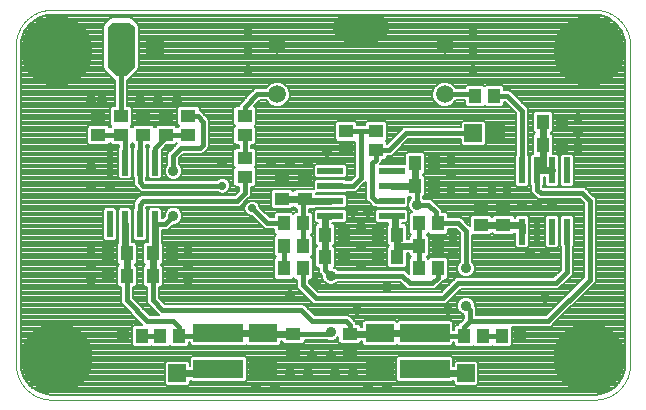
<source format=gtl>
G75*
%MOIN*%
%OFA0B0*%
%FSLAX25Y25*%
%IPPOS*%
%LPD*%
%AMOC8*
5,1,8,0,0,1.08239X$1,22.5*
%
%ADD10C,0.00394*%
%ADD11R,0.02362X0.08661*%
%ADD12R,0.05118X0.04331*%
%ADD13R,0.09449X0.06299*%
%ADD14R,0.08661X0.02362*%
%ADD15R,0.04331X0.05118*%
%ADD16R,0.16535X0.06299*%
%ADD17C,0.05906*%
%ADD18C,0.09449*%
%ADD19C,0.23622*%
%ADD20C,0.00800*%
%ADD21C,0.03562*%
%ADD22R,0.05906X0.05906*%
%ADD23C,0.01600*%
%ADD24C,0.02775*%
%ADD25C,0.02400*%
D10*
X0032280Y0024681D02*
X0213383Y0024681D01*
X0213668Y0024684D01*
X0213954Y0024695D01*
X0214239Y0024712D01*
X0214523Y0024736D01*
X0214807Y0024767D01*
X0215090Y0024805D01*
X0215371Y0024850D01*
X0215652Y0024901D01*
X0215932Y0024959D01*
X0216210Y0025024D01*
X0216486Y0025096D01*
X0216760Y0025174D01*
X0217033Y0025259D01*
X0217303Y0025351D01*
X0217571Y0025449D01*
X0217837Y0025553D01*
X0218100Y0025664D01*
X0218360Y0025781D01*
X0218618Y0025904D01*
X0218872Y0026034D01*
X0219123Y0026170D01*
X0219371Y0026311D01*
X0219615Y0026459D01*
X0219856Y0026612D01*
X0220092Y0026772D01*
X0220325Y0026937D01*
X0220554Y0027107D01*
X0220779Y0027283D01*
X0220999Y0027465D01*
X0221215Y0027651D01*
X0221426Y0027843D01*
X0221633Y0028040D01*
X0221835Y0028242D01*
X0222032Y0028449D01*
X0222224Y0028660D01*
X0222410Y0028876D01*
X0222592Y0029096D01*
X0222768Y0029321D01*
X0222938Y0029550D01*
X0223103Y0029783D01*
X0223263Y0030019D01*
X0223416Y0030260D01*
X0223564Y0030504D01*
X0223705Y0030752D01*
X0223841Y0031003D01*
X0223971Y0031257D01*
X0224094Y0031515D01*
X0224211Y0031775D01*
X0224322Y0032038D01*
X0224426Y0032304D01*
X0224524Y0032572D01*
X0224616Y0032842D01*
X0224701Y0033115D01*
X0224779Y0033389D01*
X0224851Y0033665D01*
X0224916Y0033943D01*
X0224974Y0034223D01*
X0225025Y0034504D01*
X0225070Y0034785D01*
X0225108Y0035068D01*
X0225139Y0035352D01*
X0225163Y0035636D01*
X0225180Y0035921D01*
X0225191Y0036207D01*
X0225194Y0036492D01*
X0225194Y0142791D01*
X0225191Y0143076D01*
X0225180Y0143362D01*
X0225163Y0143647D01*
X0225139Y0143931D01*
X0225108Y0144215D01*
X0225070Y0144498D01*
X0225025Y0144779D01*
X0224974Y0145060D01*
X0224916Y0145340D01*
X0224851Y0145618D01*
X0224779Y0145894D01*
X0224701Y0146168D01*
X0224616Y0146441D01*
X0224524Y0146711D01*
X0224426Y0146979D01*
X0224322Y0147245D01*
X0224211Y0147508D01*
X0224094Y0147768D01*
X0223971Y0148026D01*
X0223841Y0148280D01*
X0223705Y0148531D01*
X0223564Y0148779D01*
X0223416Y0149023D01*
X0223263Y0149264D01*
X0223103Y0149500D01*
X0222938Y0149733D01*
X0222768Y0149962D01*
X0222592Y0150187D01*
X0222410Y0150407D01*
X0222224Y0150623D01*
X0222032Y0150834D01*
X0221835Y0151041D01*
X0221633Y0151243D01*
X0221426Y0151440D01*
X0221215Y0151632D01*
X0220999Y0151818D01*
X0220779Y0152000D01*
X0220554Y0152176D01*
X0220325Y0152346D01*
X0220092Y0152511D01*
X0219856Y0152671D01*
X0219615Y0152824D01*
X0219371Y0152972D01*
X0219123Y0153113D01*
X0218872Y0153249D01*
X0218618Y0153379D01*
X0218360Y0153502D01*
X0218100Y0153619D01*
X0217837Y0153730D01*
X0217571Y0153834D01*
X0217303Y0153932D01*
X0217033Y0154024D01*
X0216760Y0154109D01*
X0216486Y0154187D01*
X0216210Y0154259D01*
X0215932Y0154324D01*
X0215652Y0154382D01*
X0215371Y0154433D01*
X0215090Y0154478D01*
X0214807Y0154516D01*
X0214523Y0154547D01*
X0214239Y0154571D01*
X0213954Y0154588D01*
X0213668Y0154599D01*
X0213383Y0154602D01*
X0032280Y0154602D01*
X0031995Y0154599D01*
X0031709Y0154588D01*
X0031424Y0154571D01*
X0031140Y0154547D01*
X0030856Y0154516D01*
X0030573Y0154478D01*
X0030292Y0154433D01*
X0030011Y0154382D01*
X0029731Y0154324D01*
X0029453Y0154259D01*
X0029177Y0154187D01*
X0028903Y0154109D01*
X0028630Y0154024D01*
X0028360Y0153932D01*
X0028092Y0153834D01*
X0027826Y0153730D01*
X0027563Y0153619D01*
X0027303Y0153502D01*
X0027045Y0153379D01*
X0026791Y0153249D01*
X0026540Y0153113D01*
X0026292Y0152972D01*
X0026048Y0152824D01*
X0025807Y0152671D01*
X0025571Y0152511D01*
X0025338Y0152346D01*
X0025109Y0152176D01*
X0024884Y0152000D01*
X0024664Y0151818D01*
X0024448Y0151632D01*
X0024237Y0151440D01*
X0024030Y0151243D01*
X0023828Y0151041D01*
X0023631Y0150834D01*
X0023439Y0150623D01*
X0023253Y0150407D01*
X0023071Y0150187D01*
X0022895Y0149962D01*
X0022725Y0149733D01*
X0022560Y0149500D01*
X0022400Y0149264D01*
X0022247Y0149023D01*
X0022099Y0148779D01*
X0021958Y0148531D01*
X0021822Y0148280D01*
X0021692Y0148026D01*
X0021569Y0147768D01*
X0021452Y0147508D01*
X0021341Y0147245D01*
X0021237Y0146979D01*
X0021139Y0146711D01*
X0021047Y0146441D01*
X0020962Y0146168D01*
X0020884Y0145894D01*
X0020812Y0145618D01*
X0020747Y0145340D01*
X0020689Y0145060D01*
X0020638Y0144779D01*
X0020593Y0144498D01*
X0020555Y0144215D01*
X0020524Y0143931D01*
X0020500Y0143647D01*
X0020483Y0143362D01*
X0020472Y0143076D01*
X0020469Y0142791D01*
X0020469Y0036492D01*
X0020472Y0036207D01*
X0020483Y0035921D01*
X0020500Y0035636D01*
X0020524Y0035352D01*
X0020555Y0035068D01*
X0020593Y0034785D01*
X0020638Y0034504D01*
X0020689Y0034223D01*
X0020747Y0033943D01*
X0020812Y0033665D01*
X0020884Y0033389D01*
X0020962Y0033115D01*
X0021047Y0032842D01*
X0021139Y0032572D01*
X0021237Y0032304D01*
X0021341Y0032038D01*
X0021452Y0031775D01*
X0021569Y0031515D01*
X0021692Y0031257D01*
X0021822Y0031003D01*
X0021958Y0030752D01*
X0022099Y0030504D01*
X0022247Y0030260D01*
X0022400Y0030019D01*
X0022560Y0029783D01*
X0022725Y0029550D01*
X0022895Y0029321D01*
X0023071Y0029096D01*
X0023253Y0028876D01*
X0023439Y0028660D01*
X0023631Y0028449D01*
X0023828Y0028242D01*
X0024030Y0028040D01*
X0024237Y0027843D01*
X0024448Y0027651D01*
X0024664Y0027465D01*
X0024884Y0027283D01*
X0025109Y0027107D01*
X0025338Y0026937D01*
X0025571Y0026772D01*
X0025807Y0026612D01*
X0026048Y0026459D01*
X0026292Y0026311D01*
X0026540Y0026170D01*
X0026791Y0026034D01*
X0027045Y0025904D01*
X0027303Y0025781D01*
X0027563Y0025664D01*
X0027826Y0025553D01*
X0028092Y0025449D01*
X0028360Y0025351D01*
X0028630Y0025259D01*
X0028903Y0025174D01*
X0029177Y0025096D01*
X0029453Y0025024D01*
X0029731Y0024959D01*
X0030011Y0024901D01*
X0030292Y0024850D01*
X0030573Y0024805D01*
X0030856Y0024767D01*
X0031140Y0024736D01*
X0031424Y0024712D01*
X0031709Y0024695D01*
X0031995Y0024684D01*
X0032280Y0024681D01*
D11*
X0051719Y0083195D03*
X0056719Y0083195D03*
X0061719Y0083195D03*
X0066719Y0083195D03*
X0066719Y0103667D03*
X0061719Y0103667D03*
X0056719Y0103667D03*
X0051719Y0103667D03*
X0189219Y0101167D03*
X0194219Y0101167D03*
X0199219Y0101167D03*
X0204219Y0101167D03*
X0204219Y0080695D03*
X0199219Y0080695D03*
X0194219Y0080695D03*
X0189219Y0080695D03*
D12*
X0182969Y0082781D03*
X0182969Y0089081D03*
X0175469Y0089081D03*
X0175469Y0082781D03*
X0140469Y0107781D03*
X0140469Y0114081D03*
X0130469Y0114081D03*
X0130469Y0107781D03*
X0116719Y0097831D03*
X0116719Y0091531D03*
X0109219Y0091531D03*
X0109219Y0097831D03*
X0096719Y0099031D03*
X0096719Y0105331D03*
X0096719Y0112781D03*
X0096719Y0119081D03*
X0077969Y0119081D03*
X0070469Y0119081D03*
X0062969Y0119081D03*
X0055469Y0119081D03*
X0047969Y0119081D03*
X0047969Y0112781D03*
X0055469Y0112781D03*
X0062969Y0112781D03*
X0070469Y0112781D03*
X0077969Y0112781D03*
X0112969Y0046581D03*
X0112969Y0040281D03*
X0131719Y0040281D03*
X0131719Y0046581D03*
D13*
X0141719Y0046837D03*
X0141719Y0035026D03*
X0102969Y0035026D03*
X0102969Y0046837D03*
D14*
X0125233Y0085931D03*
X0125233Y0090931D03*
X0125233Y0095931D03*
X0125233Y0100931D03*
X0145705Y0100931D03*
X0145705Y0095931D03*
X0145705Y0090931D03*
X0145705Y0085931D03*
D15*
X0154820Y0083431D03*
X0161119Y0083431D03*
X0161119Y0075931D03*
X0154820Y0075931D03*
X0147369Y0072181D03*
X0141070Y0072181D03*
X0141070Y0079681D03*
X0147369Y0079681D03*
X0154820Y0068431D03*
X0161119Y0068431D03*
X0169820Y0045931D03*
X0176119Y0045931D03*
X0182320Y0045931D03*
X0188619Y0045931D03*
X0129869Y0072181D03*
X0123570Y0072181D03*
X0116119Y0068431D03*
X0109820Y0068431D03*
X0109820Y0075931D03*
X0116119Y0075931D03*
X0123570Y0079681D03*
X0129869Y0079681D03*
X0116119Y0083431D03*
X0109820Y0083431D03*
X0072369Y0073431D03*
X0066070Y0073431D03*
X0066070Y0065931D03*
X0072369Y0065931D03*
X0057369Y0065931D03*
X0051070Y0065931D03*
X0051070Y0073431D03*
X0057369Y0073431D03*
X0056070Y0045931D03*
X0062369Y0045931D03*
X0068570Y0045931D03*
X0074869Y0045931D03*
X0153570Y0095931D03*
X0159869Y0095931D03*
X0159869Y0103431D03*
X0153570Y0103431D03*
X0173570Y0125931D03*
X0179869Y0125931D03*
X0196070Y0117181D03*
X0202369Y0117181D03*
X0202369Y0109681D03*
X0196070Y0109681D03*
D16*
X0156719Y0046837D03*
X0156719Y0035026D03*
X0087969Y0035026D03*
X0087969Y0046837D03*
D17*
X0107516Y0126413D03*
X0107516Y0142949D03*
X0163422Y0142949D03*
X0163422Y0126413D03*
D18*
X0140194Y0148461D02*
X0130745Y0148461D01*
D19*
X0211414Y0140823D03*
X0211414Y0038461D03*
X0034249Y0038461D03*
X0034249Y0140823D03*
D20*
X0022192Y0144389D02*
X0023179Y0147428D01*
X0025058Y0150014D01*
X0027643Y0151892D01*
X0030682Y0152880D01*
X0032280Y0153006D01*
X0213383Y0153006D01*
X0214980Y0152880D01*
X0218020Y0151892D01*
X0220605Y0150014D01*
X0222483Y0147428D01*
X0223471Y0144389D01*
X0223597Y0142791D01*
X0223597Y0036492D01*
X0223471Y0034894D01*
X0222483Y0031855D01*
X0220605Y0029270D01*
X0218020Y0027391D01*
X0214980Y0026404D01*
X0213383Y0026278D01*
X0032280Y0026278D01*
X0030682Y0026404D01*
X0027643Y0027391D01*
X0025058Y0029270D01*
X0023179Y0031855D01*
X0022192Y0034894D01*
X0022066Y0036492D01*
X0022066Y0142791D01*
X0022192Y0144389D01*
X0022214Y0144458D02*
X0049319Y0144458D01*
X0049319Y0145256D02*
X0022473Y0145256D01*
X0022733Y0146055D02*
X0049319Y0146055D01*
X0049319Y0146853D02*
X0022992Y0146853D01*
X0023342Y0147652D02*
X0049319Y0147652D01*
X0049319Y0148450D02*
X0023922Y0148450D01*
X0024502Y0149249D02*
X0049460Y0149249D01*
X0049319Y0148908D02*
X0049319Y0135454D01*
X0049685Y0134572D01*
X0052185Y0132072D01*
X0052860Y0131396D01*
X0053469Y0131144D01*
X0053469Y0122446D01*
X0052413Y0122446D01*
X0051710Y0121743D01*
X0051710Y0116418D01*
X0052197Y0115931D01*
X0051719Y0115453D01*
X0051025Y0116147D01*
X0044913Y0116147D01*
X0044210Y0115444D01*
X0044210Y0110119D01*
X0044913Y0109416D01*
X0051025Y0109416D01*
X0051719Y0110110D01*
X0052413Y0109416D01*
X0054719Y0109416D01*
X0054719Y0108876D01*
X0054338Y0108495D01*
X0054338Y0098840D01*
X0055041Y0098137D01*
X0058397Y0098137D01*
X0059100Y0098840D01*
X0059100Y0108495D01*
X0058719Y0108876D01*
X0058719Y0109610D01*
X0059219Y0110110D01*
X0059719Y0109610D01*
X0059719Y0108876D01*
X0059338Y0108495D01*
X0059338Y0098840D01*
X0059719Y0098458D01*
X0059719Y0096353D01*
X0060969Y0095103D01*
X0062141Y0093931D01*
X0087560Y0093931D01*
X0087754Y0093738D01*
X0088704Y0093344D01*
X0089734Y0093344D01*
X0090685Y0093738D01*
X0091413Y0094465D01*
X0091807Y0095416D01*
X0091807Y0096446D01*
X0091413Y0097397D01*
X0090685Y0098125D01*
X0089734Y0098518D01*
X0088704Y0098518D01*
X0087754Y0098125D01*
X0087560Y0097931D01*
X0063798Y0097931D01*
X0063719Y0098010D01*
X0063719Y0098458D01*
X0064100Y0098840D01*
X0064100Y0108495D01*
X0063719Y0108876D01*
X0063719Y0109416D01*
X0064876Y0109416D01*
X0064719Y0109260D01*
X0064719Y0108876D01*
X0064338Y0108495D01*
X0064338Y0098840D01*
X0065041Y0098137D01*
X0068397Y0098137D01*
X0069100Y0098840D01*
X0069100Y0107984D01*
X0070533Y0109416D01*
X0073525Y0109416D01*
X0074219Y0110110D01*
X0074269Y0110060D01*
X0072141Y0107931D01*
X0070969Y0106760D01*
X0070969Y0103147D01*
X0070442Y0102620D01*
X0069988Y0101524D01*
X0069988Y0100338D01*
X0070442Y0099242D01*
X0071280Y0098404D01*
X0072376Y0097950D01*
X0073562Y0097950D01*
X0074658Y0098404D01*
X0075496Y0099242D01*
X0075950Y0100338D01*
X0075950Y0101524D01*
X0075496Y0102620D01*
X0074969Y0103147D01*
X0074969Y0105103D01*
X0076298Y0106431D01*
X0082548Y0106431D01*
X0083719Y0107603D01*
X0084969Y0108853D01*
X0084969Y0118010D01*
X0083798Y0119181D01*
X0081898Y0121081D01*
X0081728Y0121081D01*
X0081728Y0121743D01*
X0081025Y0122446D01*
X0074913Y0122446D01*
X0074210Y0121743D01*
X0074210Y0116418D01*
X0074697Y0115931D01*
X0074219Y0115453D01*
X0073525Y0116147D01*
X0067413Y0116147D01*
X0066719Y0115453D01*
X0066025Y0116147D01*
X0059913Y0116147D01*
X0059219Y0115453D01*
X0058741Y0115931D01*
X0059228Y0116418D01*
X0059228Y0121743D01*
X0058525Y0122446D01*
X0057469Y0122446D01*
X0057469Y0131144D01*
X0058079Y0131396D01*
X0058754Y0132072D01*
X0060579Y0133896D01*
X0061254Y0134572D01*
X0061619Y0135454D01*
X0061619Y0148908D01*
X0061254Y0149791D01*
X0060004Y0151041D01*
X0059329Y0151716D01*
X0058447Y0152081D01*
X0052492Y0152081D01*
X0051610Y0151716D01*
X0050360Y0150466D01*
X0049685Y0149791D01*
X0049319Y0148908D01*
X0049941Y0150047D02*
X0025104Y0150047D01*
X0026203Y0150846D02*
X0050740Y0150846D01*
X0051538Y0151644D02*
X0027302Y0151644D01*
X0029338Y0152443D02*
X0216325Y0152443D01*
X0218361Y0151644D02*
X0059400Y0151644D01*
X0060198Y0150846D02*
X0219460Y0150846D01*
X0220559Y0150047D02*
X0060997Y0150047D01*
X0061478Y0149249D02*
X0221161Y0149249D01*
X0221741Y0148450D02*
X0061619Y0148450D01*
X0061619Y0147652D02*
X0222321Y0147652D01*
X0222670Y0146853D02*
X0061619Y0146853D01*
X0061619Y0146055D02*
X0222930Y0146055D01*
X0223189Y0145256D02*
X0061619Y0145256D01*
X0061619Y0144458D02*
X0223449Y0144458D01*
X0223528Y0143659D02*
X0061619Y0143659D01*
X0061619Y0142861D02*
X0223591Y0142861D01*
X0223597Y0142062D02*
X0061619Y0142062D01*
X0061619Y0141264D02*
X0223597Y0141264D01*
X0223597Y0140465D02*
X0061619Y0140465D01*
X0061619Y0139667D02*
X0223597Y0139667D01*
X0223597Y0138868D02*
X0061619Y0138868D01*
X0061619Y0138070D02*
X0223597Y0138070D01*
X0223597Y0137271D02*
X0061619Y0137271D01*
X0061619Y0136473D02*
X0223597Y0136473D01*
X0223597Y0135674D02*
X0061619Y0135674D01*
X0061380Y0134876D02*
X0223597Y0134876D01*
X0223597Y0134077D02*
X0060759Y0134077D01*
X0059961Y0133279D02*
X0223597Y0133279D01*
X0223597Y0132480D02*
X0059162Y0132480D01*
X0058754Y0132072D02*
X0058754Y0132072D01*
X0058364Y0131682D02*
X0223597Y0131682D01*
X0223597Y0130883D02*
X0057469Y0130883D01*
X0057469Y0130085D02*
X0105528Y0130085D01*
X0105164Y0129934D02*
X0103996Y0128766D01*
X0103850Y0128413D01*
X0100123Y0128413D01*
X0098951Y0127242D01*
X0094719Y0123010D01*
X0094719Y0122446D01*
X0093663Y0122446D01*
X0092960Y0121743D01*
X0092960Y0116418D01*
X0093447Y0115931D01*
X0092960Y0115444D01*
X0092960Y0110119D01*
X0093663Y0109416D01*
X0094719Y0109416D01*
X0094719Y0108696D01*
X0093663Y0108696D01*
X0092960Y0107993D01*
X0092960Y0102668D01*
X0093447Y0102181D01*
X0092960Y0101694D01*
X0092960Y0096369D01*
X0093663Y0095666D01*
X0094719Y0095666D01*
X0094719Y0094260D01*
X0093391Y0092931D01*
X0062141Y0092931D01*
X0060969Y0091760D01*
X0059719Y0090510D01*
X0059719Y0088404D01*
X0059338Y0088023D01*
X0059338Y0078367D01*
X0060041Y0077664D01*
X0063397Y0077664D01*
X0064100Y0078367D01*
X0064100Y0088023D01*
X0063719Y0088404D01*
X0063719Y0088853D01*
X0063798Y0088931D01*
X0095048Y0088931D01*
X0097548Y0091431D01*
X0098719Y0092603D01*
X0098719Y0095666D01*
X0099775Y0095666D01*
X0100478Y0096369D01*
X0100478Y0101694D01*
X0099991Y0102181D01*
X0100478Y0102668D01*
X0100478Y0107993D01*
X0099775Y0108696D01*
X0098719Y0108696D01*
X0098719Y0109416D01*
X0099775Y0109416D01*
X0100478Y0110119D01*
X0100478Y0115444D01*
X0099991Y0115931D01*
X0100478Y0116418D01*
X0100478Y0121743D01*
X0099794Y0122427D01*
X0101780Y0124413D01*
X0103850Y0124413D01*
X0103996Y0124061D01*
X0105164Y0122893D01*
X0106690Y0122261D01*
X0108342Y0122261D01*
X0109869Y0122893D01*
X0111037Y0124061D01*
X0111669Y0125587D01*
X0111669Y0127239D01*
X0111037Y0128766D01*
X0109869Y0129934D01*
X0108342Y0130566D01*
X0106690Y0130566D01*
X0105164Y0129934D01*
X0104516Y0129286D02*
X0057469Y0129286D01*
X0057469Y0128488D02*
X0103881Y0128488D01*
X0099399Y0127689D02*
X0057469Y0127689D01*
X0057469Y0126891D02*
X0098600Y0126891D01*
X0097802Y0126092D02*
X0057469Y0126092D01*
X0057469Y0125294D02*
X0097003Y0125294D01*
X0096205Y0124495D02*
X0057469Y0124495D01*
X0057469Y0123697D02*
X0095406Y0123697D01*
X0094719Y0122898D02*
X0057469Y0122898D01*
X0058872Y0122099D02*
X0074566Y0122099D01*
X0074210Y0121301D02*
X0059228Y0121301D01*
X0059228Y0120502D02*
X0074210Y0120502D01*
X0074210Y0119704D02*
X0059228Y0119704D01*
X0059228Y0118905D02*
X0074210Y0118905D01*
X0074210Y0118107D02*
X0059228Y0118107D01*
X0059228Y0117308D02*
X0074210Y0117308D01*
X0074210Y0116510D02*
X0059228Y0116510D01*
X0059478Y0115711D02*
X0058961Y0115711D01*
X0051978Y0115711D02*
X0051461Y0115711D01*
X0051710Y0116510D02*
X0022066Y0116510D01*
X0022066Y0117308D02*
X0051710Y0117308D01*
X0051710Y0118107D02*
X0022066Y0118107D01*
X0022066Y0118905D02*
X0051710Y0118905D01*
X0051710Y0119704D02*
X0022066Y0119704D01*
X0022066Y0120502D02*
X0051710Y0120502D01*
X0051710Y0121301D02*
X0022066Y0121301D01*
X0022066Y0122099D02*
X0052066Y0122099D01*
X0053469Y0122898D02*
X0022066Y0122898D01*
X0022066Y0123697D02*
X0053469Y0123697D01*
X0053469Y0124495D02*
X0022066Y0124495D01*
X0022066Y0125294D02*
X0053469Y0125294D01*
X0053469Y0126092D02*
X0022066Y0126092D01*
X0022066Y0126891D02*
X0053469Y0126891D01*
X0053469Y0127689D02*
X0022066Y0127689D01*
X0022066Y0128488D02*
X0053469Y0128488D01*
X0053469Y0129286D02*
X0022066Y0129286D01*
X0022066Y0130085D02*
X0053469Y0130085D01*
X0053469Y0130883D02*
X0022066Y0130883D01*
X0022066Y0131682D02*
X0052575Y0131682D01*
X0051776Y0132480D02*
X0022066Y0132480D01*
X0022066Y0133279D02*
X0050977Y0133279D01*
X0050179Y0134077D02*
X0022066Y0134077D01*
X0022066Y0134876D02*
X0049559Y0134876D01*
X0049319Y0135674D02*
X0022066Y0135674D01*
X0022066Y0136473D02*
X0049319Y0136473D01*
X0049319Y0137271D02*
X0022066Y0137271D01*
X0022066Y0138070D02*
X0049319Y0138070D01*
X0049319Y0138868D02*
X0022066Y0138868D01*
X0022066Y0139667D02*
X0049319Y0139667D01*
X0049319Y0140465D02*
X0022066Y0140465D01*
X0022066Y0141264D02*
X0049319Y0141264D01*
X0049319Y0142062D02*
X0022066Y0142062D01*
X0022071Y0142861D02*
X0049319Y0142861D01*
X0049319Y0143659D02*
X0022134Y0143659D01*
X0022066Y0115711D02*
X0044478Y0115711D01*
X0044210Y0114913D02*
X0022066Y0114913D01*
X0022066Y0114114D02*
X0044210Y0114114D01*
X0044210Y0113316D02*
X0022066Y0113316D01*
X0022066Y0112517D02*
X0044210Y0112517D01*
X0044210Y0111719D02*
X0022066Y0111719D01*
X0022066Y0110920D02*
X0044210Y0110920D01*
X0044210Y0110122D02*
X0022066Y0110122D01*
X0022066Y0109323D02*
X0054719Y0109323D01*
X0054368Y0108525D02*
X0022066Y0108525D01*
X0022066Y0107726D02*
X0054338Y0107726D01*
X0054338Y0106928D02*
X0022066Y0106928D01*
X0022066Y0106129D02*
X0054338Y0106129D01*
X0054338Y0105331D02*
X0022066Y0105331D01*
X0022066Y0104532D02*
X0054338Y0104532D01*
X0054338Y0103734D02*
X0022066Y0103734D01*
X0022066Y0102935D02*
X0054338Y0102935D01*
X0054338Y0102137D02*
X0022066Y0102137D01*
X0022066Y0101338D02*
X0054338Y0101338D01*
X0054338Y0100540D02*
X0022066Y0100540D01*
X0022066Y0099741D02*
X0054338Y0099741D01*
X0054338Y0098943D02*
X0022066Y0098943D01*
X0022066Y0098144D02*
X0055033Y0098144D01*
X0058405Y0098144D02*
X0059719Y0098144D01*
X0059719Y0097346D02*
X0022066Y0097346D01*
X0022066Y0096547D02*
X0059719Y0096547D01*
X0060323Y0095749D02*
X0022066Y0095749D01*
X0022066Y0094950D02*
X0061122Y0094950D01*
X0061920Y0094152D02*
X0022066Y0094152D01*
X0022066Y0093353D02*
X0088682Y0093353D01*
X0089756Y0093353D02*
X0093813Y0093353D01*
X0094611Y0094152D02*
X0091099Y0094152D01*
X0091613Y0094950D02*
X0094719Y0094950D01*
X0093581Y0095749D02*
X0091807Y0095749D01*
X0091765Y0096547D02*
X0092960Y0096547D01*
X0092960Y0097346D02*
X0091434Y0097346D01*
X0090638Y0098144D02*
X0092960Y0098144D01*
X0092960Y0098943D02*
X0075197Y0098943D01*
X0075703Y0099741D02*
X0092960Y0099741D01*
X0092960Y0100540D02*
X0075950Y0100540D01*
X0075950Y0101338D02*
X0092960Y0101338D01*
X0093403Y0102137D02*
X0075696Y0102137D01*
X0075181Y0102935D02*
X0092960Y0102935D01*
X0092960Y0103734D02*
X0074969Y0103734D01*
X0074969Y0104532D02*
X0092960Y0104532D01*
X0092960Y0105331D02*
X0075197Y0105331D01*
X0075996Y0106129D02*
X0092960Y0106129D01*
X0092960Y0106928D02*
X0083044Y0106928D01*
X0083843Y0107726D02*
X0092960Y0107726D01*
X0093492Y0108525D02*
X0084641Y0108525D01*
X0084969Y0109323D02*
X0094719Y0109323D01*
X0092960Y0110122D02*
X0084969Y0110122D01*
X0084969Y0110920D02*
X0092960Y0110920D01*
X0092960Y0111719D02*
X0084969Y0111719D01*
X0084969Y0112517D02*
X0092960Y0112517D01*
X0092960Y0113316D02*
X0084969Y0113316D01*
X0084969Y0114114D02*
X0092960Y0114114D01*
X0092960Y0114913D02*
X0084969Y0114913D01*
X0084969Y0115711D02*
X0093228Y0115711D01*
X0092960Y0116510D02*
X0084969Y0116510D01*
X0084969Y0117308D02*
X0092960Y0117308D01*
X0092960Y0118107D02*
X0084872Y0118107D01*
X0084073Y0118905D02*
X0092960Y0118905D01*
X0092960Y0119704D02*
X0083275Y0119704D01*
X0082476Y0120502D02*
X0092960Y0120502D01*
X0092960Y0121301D02*
X0081728Y0121301D01*
X0081372Y0122099D02*
X0093316Y0122099D01*
X0100122Y0122099D02*
X0185222Y0122099D01*
X0186021Y0121301D02*
X0100478Y0121301D01*
X0100478Y0120502D02*
X0186819Y0120502D01*
X0187219Y0120103D02*
X0187219Y0106376D01*
X0186838Y0105995D01*
X0186838Y0096340D01*
X0187541Y0095637D01*
X0190897Y0095637D01*
X0191600Y0096340D01*
X0191600Y0105995D01*
X0191219Y0106376D01*
X0191219Y0121760D01*
X0186219Y0126760D01*
X0185048Y0127931D01*
X0183234Y0127931D01*
X0183234Y0128987D01*
X0182531Y0129690D01*
X0177206Y0129690D01*
X0176719Y0129203D01*
X0176232Y0129690D01*
X0170907Y0129690D01*
X0170204Y0128987D01*
X0170204Y0128413D01*
X0167088Y0128413D01*
X0166942Y0128766D01*
X0165774Y0129934D01*
X0164248Y0130566D01*
X0162596Y0130566D01*
X0161070Y0129934D01*
X0159901Y0128766D01*
X0159269Y0127239D01*
X0159269Y0125587D01*
X0159901Y0124061D01*
X0161070Y0122893D01*
X0162596Y0122261D01*
X0164248Y0122261D01*
X0165774Y0122893D01*
X0166942Y0124061D01*
X0167088Y0124413D01*
X0170204Y0124413D01*
X0170204Y0122875D01*
X0170907Y0122172D01*
X0176232Y0122172D01*
X0176719Y0122659D01*
X0177206Y0122172D01*
X0182531Y0122172D01*
X0183234Y0122875D01*
X0183234Y0123931D01*
X0183391Y0123931D01*
X0187219Y0120103D01*
X0187219Y0119704D02*
X0100478Y0119704D01*
X0100478Y0118905D02*
X0187219Y0118905D01*
X0187219Y0118107D02*
X0100478Y0118107D01*
X0100478Y0117308D02*
X0127275Y0117308D01*
X0127413Y0117446D02*
X0126710Y0116743D01*
X0126710Y0111418D01*
X0127413Y0110715D01*
X0133469Y0110715D01*
X0133469Y0099260D01*
X0132141Y0097931D01*
X0130442Y0097931D01*
X0130061Y0098312D01*
X0120405Y0098312D01*
X0119702Y0097609D01*
X0119702Y0094897D01*
X0113663Y0094897D01*
X0112969Y0094203D01*
X0112275Y0094897D01*
X0106163Y0094897D01*
X0105460Y0094194D01*
X0105460Y0088869D01*
X0106163Y0088166D01*
X0112275Y0088166D01*
X0112969Y0088860D01*
X0113663Y0088166D01*
X0114119Y0088166D01*
X0114119Y0087190D01*
X0113456Y0087190D01*
X0112969Y0086703D01*
X0112482Y0087190D01*
X0107157Y0087190D01*
X0106454Y0086487D01*
X0106454Y0085431D01*
X0105048Y0085431D01*
X0101807Y0088672D01*
X0101807Y0088946D01*
X0101413Y0089897D01*
X0100685Y0090625D01*
X0099734Y0091018D01*
X0098704Y0091018D01*
X0097754Y0090625D01*
X0097026Y0089897D01*
X0096632Y0088946D01*
X0096632Y0087916D01*
X0097026Y0086965D01*
X0075768Y0086965D01*
X0075950Y0086524D02*
X0075496Y0087620D01*
X0074658Y0088458D01*
X0073562Y0088912D01*
X0072376Y0088912D01*
X0071280Y0088458D01*
X0070442Y0087620D01*
X0069988Y0086524D01*
X0069988Y0085778D01*
X0069405Y0085195D01*
X0069100Y0085195D01*
X0069100Y0088023D01*
X0068397Y0088726D01*
X0065041Y0088726D01*
X0064338Y0088023D01*
X0064338Y0083718D01*
X0064319Y0083672D01*
X0064319Y0077190D01*
X0063407Y0077190D01*
X0062704Y0076487D01*
X0062704Y0070375D01*
X0063398Y0069681D01*
X0062704Y0068987D01*
X0062704Y0062875D01*
X0063407Y0062172D01*
X0064070Y0062172D01*
X0064070Y0057002D01*
X0065241Y0055831D01*
X0068141Y0052931D01*
X0065048Y0052931D01*
X0059369Y0058610D01*
X0059369Y0062172D01*
X0060031Y0062172D01*
X0060734Y0062875D01*
X0060734Y0068987D01*
X0060040Y0069681D01*
X0060734Y0070375D01*
X0060734Y0076487D01*
X0060031Y0077190D01*
X0059119Y0077190D01*
X0059119Y0083672D01*
X0059100Y0083718D01*
X0059100Y0088023D01*
X0058397Y0088726D01*
X0055041Y0088726D01*
X0054338Y0088023D01*
X0054338Y0083718D01*
X0054319Y0083672D01*
X0054319Y0076803D01*
X0054003Y0076487D01*
X0054003Y0070375D01*
X0054697Y0069681D01*
X0054003Y0068987D01*
X0054003Y0062875D01*
X0054706Y0062172D01*
X0055369Y0062172D01*
X0055369Y0056953D01*
X0056540Y0055781D01*
X0062632Y0049690D01*
X0059706Y0049690D01*
X0059003Y0048987D01*
X0059003Y0042875D01*
X0059706Y0042172D01*
X0065031Y0042172D01*
X0065469Y0042610D01*
X0065907Y0042172D01*
X0071232Y0042172D01*
X0071719Y0042659D01*
X0072206Y0042172D01*
X0077531Y0042172D01*
X0078234Y0042875D01*
X0078234Y0043931D01*
X0078501Y0043931D01*
X0078501Y0043190D01*
X0079204Y0042487D01*
X0096734Y0042487D01*
X0097241Y0042994D01*
X0097748Y0042487D01*
X0108191Y0042487D01*
X0108894Y0043190D01*
X0108894Y0044181D01*
X0109210Y0044181D01*
X0109210Y0043918D01*
X0109913Y0043215D01*
X0116025Y0043215D01*
X0116728Y0043918D01*
X0116728Y0044581D01*
X0123957Y0044581D01*
X0124876Y0044200D01*
X0126062Y0044200D01*
X0127158Y0044654D01*
X0127960Y0045456D01*
X0127960Y0043918D01*
X0128663Y0043215D01*
X0134775Y0043215D01*
X0135478Y0043918D01*
X0135478Y0044181D01*
X0135795Y0044181D01*
X0135795Y0043190D01*
X0136498Y0042487D01*
X0146941Y0042487D01*
X0147448Y0042994D01*
X0147954Y0042487D01*
X0165484Y0042487D01*
X0166187Y0043190D01*
X0166187Y0043931D01*
X0166454Y0043931D01*
X0166454Y0042875D01*
X0167157Y0042172D01*
X0172482Y0042172D01*
X0172969Y0042659D01*
X0173456Y0042172D01*
X0178781Y0042172D01*
X0179219Y0042610D01*
X0179657Y0042172D01*
X0184982Y0042172D01*
X0185685Y0042875D01*
X0185685Y0048931D01*
X0198798Y0048931D01*
X0199969Y0050103D01*
X0213719Y0063853D01*
X0213719Y0091760D01*
X0212548Y0092931D01*
X0210048Y0095431D01*
X0196298Y0095431D01*
X0196219Y0095510D01*
X0196219Y0095958D01*
X0196600Y0096340D01*
X0196600Y0098767D01*
X0196838Y0098767D01*
X0196838Y0096340D01*
X0197541Y0095637D01*
X0200897Y0095637D01*
X0201600Y0096340D01*
X0201600Y0100644D01*
X0201619Y0100690D01*
X0201619Y0101645D01*
X0201600Y0101690D01*
X0201600Y0105995D01*
X0200897Y0106698D01*
X0199435Y0106698D01*
X0199435Y0112737D01*
X0198741Y0113431D01*
X0199435Y0114125D01*
X0199435Y0120237D01*
X0198732Y0120940D01*
X0193407Y0120940D01*
X0192704Y0120237D01*
X0192704Y0114125D01*
X0193398Y0113431D01*
X0192704Y0112737D01*
X0192704Y0106698D01*
X0192541Y0106698D01*
X0191838Y0105995D01*
X0191838Y0101690D01*
X0191819Y0101645D01*
X0191819Y0100690D01*
X0191838Y0100644D01*
X0191838Y0096340D01*
X0192219Y0095958D01*
X0192219Y0093853D01*
X0193469Y0092603D01*
X0194641Y0091431D01*
X0208391Y0091431D01*
X0209719Y0090103D01*
X0209719Y0065510D01*
X0197141Y0052931D01*
X0173719Y0052931D01*
X0173719Y0055510D01*
X0173450Y0055778D01*
X0173450Y0056524D01*
X0172996Y0057620D01*
X0172158Y0058458D01*
X0171062Y0058912D01*
X0169876Y0058912D01*
X0168780Y0058458D01*
X0167942Y0057620D01*
X0167488Y0056524D01*
X0167488Y0055338D01*
X0167942Y0054242D01*
X0168780Y0053404D01*
X0169719Y0053015D01*
X0169719Y0051760D01*
X0168991Y0051031D01*
X0167820Y0049860D01*
X0167820Y0049690D01*
X0167157Y0049690D01*
X0166454Y0048987D01*
X0166454Y0047931D01*
X0166187Y0047931D01*
X0166187Y0050483D01*
X0165484Y0051186D01*
X0147954Y0051186D01*
X0147448Y0050679D01*
X0146941Y0051186D01*
X0136498Y0051186D01*
X0135795Y0050483D01*
X0135795Y0048981D01*
X0135478Y0048981D01*
X0135478Y0049243D01*
X0134775Y0049946D01*
X0133719Y0049946D01*
X0133719Y0050510D01*
X0132469Y0051760D01*
X0131298Y0052931D01*
X0120048Y0052931D01*
X0117469Y0055510D01*
X0116298Y0056681D01*
X0070048Y0056681D01*
X0068070Y0058659D01*
X0068070Y0062172D01*
X0068732Y0062172D01*
X0069435Y0062875D01*
X0069435Y0068987D01*
X0068741Y0069681D01*
X0069435Y0070375D01*
X0069435Y0076487D01*
X0069119Y0076803D01*
X0069119Y0081195D01*
X0071061Y0081195D01*
X0072816Y0082950D01*
X0073562Y0082950D01*
X0074658Y0083404D01*
X0075496Y0084242D01*
X0075950Y0085338D01*
X0075950Y0086524D01*
X0075950Y0086166D02*
X0097925Y0086166D01*
X0097754Y0086238D02*
X0098704Y0085844D01*
X0098978Y0085844D01*
X0103391Y0081431D01*
X0106454Y0081431D01*
X0106454Y0080375D01*
X0107148Y0079681D01*
X0106454Y0078987D01*
X0106454Y0072875D01*
X0107148Y0072181D01*
X0106454Y0071487D01*
X0106454Y0065375D01*
X0107157Y0064672D01*
X0112482Y0064672D01*
X0112969Y0065159D01*
X0113456Y0064672D01*
X0114119Y0064672D01*
X0114119Y0061953D01*
X0119641Y0056431D01*
X0163798Y0056431D01*
X0168798Y0061431D01*
X0201298Y0061431D01*
X0205048Y0065181D01*
X0206219Y0066353D01*
X0206219Y0075486D01*
X0206600Y0075867D01*
X0206600Y0085523D01*
X0205897Y0086226D01*
X0202541Y0086226D01*
X0201838Y0085523D01*
X0201838Y0075867D01*
X0202219Y0075486D01*
X0202219Y0068010D01*
X0199641Y0065431D01*
X0167141Y0065431D01*
X0165969Y0064260D01*
X0162141Y0060431D01*
X0121298Y0060431D01*
X0118119Y0063610D01*
X0118119Y0064672D01*
X0118781Y0064672D01*
X0119484Y0065375D01*
X0119484Y0071487D01*
X0118790Y0072181D01*
X0119484Y0072875D01*
X0119484Y0078987D01*
X0118790Y0079681D01*
X0119484Y0080375D01*
X0119484Y0086487D01*
X0118781Y0087190D01*
X0118119Y0087190D01*
X0118119Y0088166D01*
X0119775Y0088166D01*
X0120140Y0088531D01*
X0125710Y0088531D01*
X0125756Y0088550D01*
X0130061Y0088550D01*
X0130764Y0089253D01*
X0130764Y0092609D01*
X0130061Y0093312D01*
X0125756Y0093312D01*
X0125710Y0093331D01*
X0120478Y0093331D01*
X0120478Y0093550D01*
X0130061Y0093550D01*
X0130442Y0093931D01*
X0133798Y0093931D01*
X0136298Y0096431D01*
X0137219Y0097353D01*
X0137219Y0091353D01*
X0138391Y0090181D01*
X0139641Y0088931D01*
X0140497Y0088931D01*
X0140878Y0088550D01*
X0150533Y0088550D01*
X0151236Y0089253D01*
X0151236Y0092172D01*
X0152219Y0092172D01*
X0152219Y0091897D01*
X0151692Y0091370D01*
X0151238Y0090274D01*
X0151238Y0089088D01*
X0151692Y0087992D01*
X0152494Y0087190D01*
X0152157Y0087190D01*
X0151454Y0086487D01*
X0151454Y0080375D01*
X0152148Y0079681D01*
X0151454Y0078987D01*
X0151454Y0078331D01*
X0150734Y0078331D01*
X0150734Y0082737D01*
X0150031Y0083440D01*
X0149119Y0083440D01*
X0149119Y0083550D01*
X0150533Y0083550D01*
X0151236Y0084253D01*
X0151236Y0087609D01*
X0150533Y0088312D01*
X0147242Y0088312D01*
X0147197Y0088331D01*
X0146242Y0088331D01*
X0146196Y0088312D01*
X0140878Y0088312D01*
X0140175Y0087609D01*
X0140175Y0084253D01*
X0140878Y0083550D01*
X0144319Y0083550D01*
X0144319Y0083053D01*
X0144003Y0082737D01*
X0144003Y0076625D01*
X0144697Y0075931D01*
X0144003Y0075237D01*
X0144003Y0069125D01*
X0144706Y0068422D01*
X0150031Y0068422D01*
X0150734Y0069125D01*
X0150734Y0073531D01*
X0151454Y0073531D01*
X0151454Y0072875D01*
X0152148Y0072181D01*
X0151454Y0071487D01*
X0151454Y0066524D01*
X0150048Y0067931D01*
X0127685Y0067931D01*
X0127158Y0068458D01*
X0126529Y0068719D01*
X0126935Y0069125D01*
X0126935Y0075237D01*
X0126241Y0075931D01*
X0126935Y0076625D01*
X0126935Y0082737D01*
X0126232Y0083440D01*
X0125970Y0083440D01*
X0125970Y0083550D01*
X0130061Y0083550D01*
X0130764Y0084253D01*
X0130764Y0087609D01*
X0130061Y0088312D01*
X0125756Y0088312D01*
X0125710Y0088331D01*
X0123092Y0088331D01*
X0123047Y0088312D01*
X0120405Y0088312D01*
X0119702Y0087609D01*
X0119702Y0084253D01*
X0120405Y0083550D01*
X0121170Y0083550D01*
X0121170Y0083440D01*
X0120907Y0083440D01*
X0120204Y0082737D01*
X0120204Y0076625D01*
X0120898Y0075931D01*
X0120204Y0075237D01*
X0120204Y0069125D01*
X0120907Y0068422D01*
X0121570Y0068422D01*
X0121570Y0067002D01*
X0119484Y0067002D01*
X0119484Y0066204D02*
X0122368Y0066204D01*
X0122488Y0066084D02*
X0121570Y0067002D01*
X0121570Y0067801D02*
X0119484Y0067801D01*
X0119484Y0068599D02*
X0120730Y0068599D01*
X0120204Y0069398D02*
X0119484Y0069398D01*
X0119484Y0070196D02*
X0120204Y0070196D01*
X0120204Y0070995D02*
X0119484Y0070995D01*
X0119178Y0071793D02*
X0120204Y0071793D01*
X0120204Y0072592D02*
X0119201Y0072592D01*
X0119484Y0073390D02*
X0120204Y0073390D01*
X0120204Y0074189D02*
X0119484Y0074189D01*
X0119484Y0074987D02*
X0120204Y0074987D01*
X0120753Y0075786D02*
X0119484Y0075786D01*
X0119484Y0076584D02*
X0120245Y0076584D01*
X0120204Y0077383D02*
X0119484Y0077383D01*
X0119484Y0078181D02*
X0120204Y0078181D01*
X0120204Y0078980D02*
X0119484Y0078980D01*
X0118887Y0079778D02*
X0120204Y0079778D01*
X0120204Y0080577D02*
X0119484Y0080577D01*
X0119484Y0081375D02*
X0120204Y0081375D01*
X0120204Y0082174D02*
X0119484Y0082174D01*
X0119484Y0082972D02*
X0120439Y0082972D01*
X0120184Y0083771D02*
X0119484Y0083771D01*
X0119484Y0084569D02*
X0119702Y0084569D01*
X0119702Y0085368D02*
X0119484Y0085368D01*
X0119484Y0086166D02*
X0119702Y0086166D01*
X0119702Y0086965D02*
X0119006Y0086965D01*
X0119856Y0087763D02*
X0118119Y0087763D01*
X0114119Y0087763D02*
X0102715Y0087763D01*
X0103514Y0086965D02*
X0106932Y0086965D01*
X0106454Y0086166D02*
X0104312Y0086166D01*
X0105767Y0088562D02*
X0101917Y0088562D01*
X0101635Y0089361D02*
X0105460Y0089361D01*
X0105460Y0090159D02*
X0101150Y0090159D01*
X0099881Y0090958D02*
X0105460Y0090958D01*
X0105460Y0091756D02*
X0097873Y0091756D01*
X0098557Y0090958D02*
X0097074Y0090958D01*
X0097288Y0090159D02*
X0096276Y0090159D01*
X0096804Y0089361D02*
X0095477Y0089361D01*
X0096632Y0088562D02*
X0074408Y0088562D01*
X0075353Y0087763D02*
X0096695Y0087763D01*
X0097026Y0086965D02*
X0097754Y0086238D01*
X0099454Y0085368D02*
X0075950Y0085368D01*
X0075632Y0084569D02*
X0100252Y0084569D01*
X0101051Y0083771D02*
X0075025Y0083771D01*
X0073616Y0082972D02*
X0101849Y0082972D01*
X0102648Y0082174D02*
X0072040Y0082174D01*
X0071242Y0081375D02*
X0106454Y0081375D01*
X0106454Y0080577D02*
X0069119Y0080577D01*
X0069119Y0079778D02*
X0107051Y0079778D01*
X0106454Y0078980D02*
X0069119Y0078980D01*
X0069119Y0078181D02*
X0106454Y0078181D01*
X0106454Y0077383D02*
X0069119Y0077383D01*
X0069338Y0076584D02*
X0106454Y0076584D01*
X0106454Y0075786D02*
X0069435Y0075786D01*
X0069435Y0074987D02*
X0106454Y0074987D01*
X0106454Y0074189D02*
X0069435Y0074189D01*
X0069435Y0073390D02*
X0106454Y0073390D01*
X0106737Y0072592D02*
X0069435Y0072592D01*
X0069435Y0071793D02*
X0106760Y0071793D01*
X0106454Y0070995D02*
X0069435Y0070995D01*
X0069256Y0070196D02*
X0106454Y0070196D01*
X0106454Y0069398D02*
X0069024Y0069398D01*
X0069435Y0068599D02*
X0106454Y0068599D01*
X0106454Y0067801D02*
X0069435Y0067801D01*
X0069435Y0067002D02*
X0106454Y0067002D01*
X0106454Y0066204D02*
X0069435Y0066204D01*
X0069435Y0065405D02*
X0106454Y0065405D01*
X0114119Y0064607D02*
X0069435Y0064607D01*
X0069435Y0063808D02*
X0114119Y0063808D01*
X0114119Y0063010D02*
X0069435Y0063010D01*
X0068771Y0062211D02*
X0114119Y0062211D01*
X0114659Y0061413D02*
X0068070Y0061413D01*
X0068070Y0060614D02*
X0115458Y0060614D01*
X0116256Y0059816D02*
X0068070Y0059816D01*
X0068070Y0059017D02*
X0117055Y0059017D01*
X0117853Y0058219D02*
X0068510Y0058219D01*
X0069309Y0057420D02*
X0118652Y0057420D01*
X0119450Y0056622D02*
X0116357Y0056622D01*
X0117156Y0055823D02*
X0167488Y0055823D01*
X0167528Y0056622D02*
X0163988Y0056622D01*
X0164787Y0057420D02*
X0167859Y0057420D01*
X0168541Y0058219D02*
X0165585Y0058219D01*
X0166384Y0059017D02*
X0203227Y0059017D01*
X0204025Y0059816D02*
X0167182Y0059816D01*
X0167981Y0060614D02*
X0204824Y0060614D01*
X0205622Y0061413D02*
X0168779Y0061413D01*
X0166316Y0064607D02*
X0163119Y0064607D01*
X0163119Y0064672D02*
X0163781Y0064672D01*
X0164484Y0065375D01*
X0164484Y0071487D01*
X0163781Y0072190D01*
X0158456Y0072190D01*
X0157969Y0071703D01*
X0157491Y0072181D01*
X0158185Y0072875D01*
X0158185Y0078987D01*
X0157491Y0079681D01*
X0157969Y0080159D01*
X0158456Y0079672D01*
X0163781Y0079672D01*
X0164484Y0080375D01*
X0164484Y0081431D01*
X0167141Y0081431D01*
X0168469Y0080103D01*
X0168469Y0070647D01*
X0167942Y0070120D01*
X0167488Y0069024D01*
X0167488Y0067838D01*
X0167942Y0066742D01*
X0168780Y0065904D01*
X0169876Y0065450D01*
X0171062Y0065450D01*
X0172158Y0065904D01*
X0172996Y0066742D01*
X0173450Y0067838D01*
X0173450Y0069024D01*
X0172996Y0070120D01*
X0172469Y0070647D01*
X0172469Y0079416D01*
X0178525Y0079416D01*
X0179219Y0080110D01*
X0179913Y0079416D01*
X0186025Y0079416D01*
X0186728Y0080119D01*
X0186728Y0080381D01*
X0186819Y0080381D01*
X0186819Y0080217D01*
X0186838Y0080172D01*
X0186838Y0075867D01*
X0187541Y0075164D01*
X0190897Y0075164D01*
X0191600Y0075867D01*
X0191600Y0080172D01*
X0191619Y0080217D01*
X0191619Y0083259D01*
X0191600Y0083305D01*
X0191600Y0085523D01*
X0190897Y0086226D01*
X0187541Y0086226D01*
X0186838Y0085523D01*
X0186838Y0085181D01*
X0186728Y0085181D01*
X0186728Y0085444D01*
X0186025Y0086147D01*
X0179913Y0086147D01*
X0179219Y0085453D01*
X0178525Y0086147D01*
X0172413Y0086147D01*
X0171710Y0085444D01*
X0171710Y0082519D01*
X0171298Y0082931D01*
X0171298Y0082931D01*
X0168798Y0085431D01*
X0164484Y0085431D01*
X0164484Y0086487D01*
X0163781Y0087190D01*
X0162469Y0087190D01*
X0162469Y0088010D01*
X0161298Y0089181D01*
X0161298Y0089181D01*
X0159969Y0090510D01*
X0158798Y0091681D01*
X0156435Y0091681D01*
X0156219Y0091897D01*
X0156219Y0092172D01*
X0156232Y0092172D01*
X0156935Y0092875D01*
X0156935Y0098987D01*
X0156241Y0099681D01*
X0156935Y0100375D01*
X0156935Y0106487D01*
X0156232Y0107190D01*
X0150907Y0107190D01*
X0150204Y0106487D01*
X0150204Y0103312D01*
X0141929Y0103312D01*
X0142469Y0103853D01*
X0142469Y0104416D01*
X0143525Y0104416D01*
X0144228Y0105119D01*
X0144228Y0105781D01*
X0145648Y0105781D01*
X0151298Y0111431D01*
X0168816Y0111431D01*
X0168816Y0109981D01*
X0169519Y0109278D01*
X0176419Y0109278D01*
X0177122Y0109981D01*
X0177122Y0116881D01*
X0176419Y0117584D01*
X0169519Y0117584D01*
X0168816Y0116881D01*
X0168816Y0115431D01*
X0149641Y0115431D01*
X0148469Y0114260D01*
X0144228Y0110019D01*
X0144228Y0110444D01*
X0143741Y0110931D01*
X0144228Y0111418D01*
X0144228Y0116743D01*
X0143525Y0117446D01*
X0137413Y0117446D01*
X0136710Y0116743D01*
X0136710Y0116081D01*
X0134228Y0116081D01*
X0134228Y0116743D01*
X0133525Y0117446D01*
X0127413Y0117446D01*
X0126710Y0116510D02*
X0100478Y0116510D01*
X0100211Y0115711D02*
X0126710Y0115711D01*
X0126710Y0114913D02*
X0100478Y0114913D01*
X0100478Y0114114D02*
X0126710Y0114114D01*
X0126710Y0113316D02*
X0100478Y0113316D01*
X0100478Y0112517D02*
X0126710Y0112517D01*
X0126710Y0111719D02*
X0100478Y0111719D01*
X0100478Y0110920D02*
X0127208Y0110920D01*
X0133469Y0110122D02*
X0100478Y0110122D01*
X0099947Y0108525D02*
X0133469Y0108525D01*
X0133469Y0109323D02*
X0098719Y0109323D01*
X0100478Y0107726D02*
X0133469Y0107726D01*
X0133469Y0106928D02*
X0100478Y0106928D01*
X0100478Y0106129D02*
X0133469Y0106129D01*
X0133469Y0105331D02*
X0100478Y0105331D01*
X0100478Y0104532D02*
X0133469Y0104532D01*
X0133469Y0103734D02*
X0100478Y0103734D01*
X0100478Y0102935D02*
X0120028Y0102935D01*
X0119702Y0102609D02*
X0120405Y0103312D01*
X0130061Y0103312D01*
X0130764Y0102609D01*
X0130764Y0099253D01*
X0130061Y0098550D01*
X0120405Y0098550D01*
X0119702Y0099253D01*
X0119702Y0102609D01*
X0119702Y0102137D02*
X0100035Y0102137D01*
X0100478Y0101338D02*
X0119702Y0101338D01*
X0119702Y0100540D02*
X0100478Y0100540D01*
X0100478Y0099741D02*
X0119702Y0099741D01*
X0120013Y0098943D02*
X0100478Y0098943D01*
X0100478Y0098144D02*
X0120237Y0098144D01*
X0119702Y0097346D02*
X0100478Y0097346D01*
X0100478Y0096547D02*
X0119702Y0096547D01*
X0119702Y0095749D02*
X0099858Y0095749D01*
X0098719Y0094950D02*
X0119702Y0094950D01*
X0120478Y0093353D02*
X0137219Y0093353D01*
X0137219Y0092555D02*
X0130764Y0092555D01*
X0130764Y0091756D02*
X0137219Y0091756D01*
X0137614Y0090958D02*
X0130764Y0090958D01*
X0130764Y0090159D02*
X0138413Y0090159D01*
X0139211Y0089361D02*
X0130764Y0089361D01*
X0130073Y0088562D02*
X0140866Y0088562D01*
X0140329Y0087763D02*
X0130609Y0087763D01*
X0130764Y0086965D02*
X0140175Y0086965D01*
X0140175Y0086166D02*
X0130764Y0086166D01*
X0130764Y0085368D02*
X0140175Y0085368D01*
X0140175Y0084569D02*
X0130764Y0084569D01*
X0130282Y0083771D02*
X0140657Y0083771D01*
X0144239Y0082972D02*
X0126700Y0082972D01*
X0126935Y0082174D02*
X0144003Y0082174D01*
X0144003Y0081375D02*
X0126935Y0081375D01*
X0126935Y0080577D02*
X0144003Y0080577D01*
X0144003Y0079778D02*
X0126935Y0079778D01*
X0126935Y0078980D02*
X0144003Y0078980D01*
X0144003Y0078181D02*
X0126935Y0078181D01*
X0126935Y0077383D02*
X0144003Y0077383D01*
X0144044Y0076584D02*
X0126894Y0076584D01*
X0126386Y0075786D02*
X0144552Y0075786D01*
X0144003Y0074987D02*
X0126935Y0074987D01*
X0126935Y0074189D02*
X0144003Y0074189D01*
X0144003Y0073390D02*
X0126935Y0073390D01*
X0126935Y0072592D02*
X0144003Y0072592D01*
X0144003Y0071793D02*
X0126935Y0071793D01*
X0126935Y0070995D02*
X0144003Y0070995D01*
X0144003Y0070196D02*
X0126935Y0070196D01*
X0126935Y0069398D02*
X0144003Y0069398D01*
X0144529Y0068599D02*
X0126818Y0068599D01*
X0122488Y0066084D02*
X0122488Y0065338D01*
X0122942Y0064242D01*
X0123780Y0063404D01*
X0124876Y0062950D01*
X0126062Y0062950D01*
X0127158Y0063404D01*
X0127685Y0063931D01*
X0148391Y0063931D01*
X0149719Y0062603D01*
X0150891Y0061431D01*
X0160048Y0061431D01*
X0161219Y0062603D01*
X0161947Y0063331D01*
X0163119Y0064502D01*
X0163119Y0064672D01*
X0162425Y0063808D02*
X0165518Y0063808D01*
X0164719Y0063010D02*
X0161626Y0063010D01*
X0161219Y0062603D02*
X0161219Y0062603D01*
X0160828Y0062211D02*
X0163921Y0062211D01*
X0163122Y0061413D02*
X0120316Y0061413D01*
X0119518Y0062211D02*
X0150111Y0062211D01*
X0149312Y0063010D02*
X0126206Y0063010D01*
X0124732Y0063010D02*
X0118719Y0063010D01*
X0118119Y0063808D02*
X0123376Y0063808D01*
X0122791Y0064607D02*
X0118119Y0064607D01*
X0119484Y0065405D02*
X0122488Y0065405D01*
X0127562Y0063808D02*
X0148514Y0063808D01*
X0150976Y0067002D02*
X0151454Y0067002D01*
X0151454Y0067801D02*
X0150178Y0067801D01*
X0150208Y0068599D02*
X0151454Y0068599D01*
X0151454Y0069398D02*
X0150734Y0069398D01*
X0150734Y0070196D02*
X0151454Y0070196D01*
X0151454Y0070995D02*
X0150734Y0070995D01*
X0150734Y0071793D02*
X0151760Y0071793D01*
X0151737Y0072592D02*
X0150734Y0072592D01*
X0150734Y0073390D02*
X0151454Y0073390D01*
X0157902Y0072592D02*
X0168469Y0072592D01*
X0168469Y0073390D02*
X0158185Y0073390D01*
X0158185Y0074189D02*
X0168469Y0074189D01*
X0168469Y0074987D02*
X0158185Y0074987D01*
X0158185Y0075786D02*
X0168469Y0075786D01*
X0168469Y0076584D02*
X0158185Y0076584D01*
X0158185Y0077383D02*
X0168469Y0077383D01*
X0168469Y0078181D02*
X0158185Y0078181D01*
X0158185Y0078980D02*
X0168469Y0078980D01*
X0168469Y0079778D02*
X0163888Y0079778D01*
X0164484Y0080577D02*
X0167995Y0080577D01*
X0167196Y0081375D02*
X0164484Y0081375D01*
X0168861Y0085368D02*
X0171710Y0085368D01*
X0171710Y0084569D02*
X0169659Y0084569D01*
X0170458Y0083771D02*
X0171710Y0083771D01*
X0171710Y0082972D02*
X0171256Y0082972D01*
X0172469Y0078980D02*
X0186838Y0078980D01*
X0186838Y0079778D02*
X0186387Y0079778D01*
X0186838Y0078181D02*
X0172469Y0078181D01*
X0172469Y0077383D02*
X0186838Y0077383D01*
X0186838Y0076584D02*
X0172469Y0076584D01*
X0172469Y0075786D02*
X0186919Y0075786D01*
X0191519Y0075786D02*
X0196919Y0075786D01*
X0196838Y0075867D02*
X0197541Y0075164D01*
X0200897Y0075164D01*
X0201600Y0075867D01*
X0201600Y0085523D01*
X0200897Y0086226D01*
X0197541Y0086226D01*
X0196838Y0085523D01*
X0196838Y0075867D01*
X0196838Y0076584D02*
X0191600Y0076584D01*
X0191600Y0077383D02*
X0196838Y0077383D01*
X0196838Y0078181D02*
X0191600Y0078181D01*
X0191600Y0078980D02*
X0196838Y0078980D01*
X0196838Y0079778D02*
X0191600Y0079778D01*
X0191619Y0080577D02*
X0196838Y0080577D01*
X0196838Y0081375D02*
X0191619Y0081375D01*
X0191619Y0082174D02*
X0196838Y0082174D01*
X0196838Y0082972D02*
X0191619Y0082972D01*
X0191600Y0083771D02*
X0196838Y0083771D01*
X0196838Y0084569D02*
X0191600Y0084569D01*
X0191600Y0085368D02*
X0196838Y0085368D01*
X0197482Y0086166D02*
X0190956Y0086166D01*
X0187482Y0086166D02*
X0164484Y0086166D01*
X0164006Y0086965D02*
X0209719Y0086965D01*
X0209719Y0087763D02*
X0162469Y0087763D01*
X0161917Y0088562D02*
X0209719Y0088562D01*
X0209719Y0089361D02*
X0161118Y0089361D01*
X0160320Y0090159D02*
X0209663Y0090159D01*
X0208864Y0090958D02*
X0159521Y0090958D01*
X0159969Y0090510D02*
X0159969Y0090510D01*
X0156360Y0091756D02*
X0194316Y0091756D01*
X0193517Y0092555D02*
X0156614Y0092555D01*
X0156935Y0093353D02*
X0192719Y0093353D01*
X0192219Y0094152D02*
X0156935Y0094152D01*
X0156935Y0094950D02*
X0192219Y0094950D01*
X0192219Y0095749D02*
X0191009Y0095749D01*
X0191600Y0096547D02*
X0191838Y0096547D01*
X0191838Y0097346D02*
X0191600Y0097346D01*
X0191600Y0098144D02*
X0191838Y0098144D01*
X0191838Y0098943D02*
X0191600Y0098943D01*
X0191600Y0099741D02*
X0191838Y0099741D01*
X0191838Y0100540D02*
X0191600Y0100540D01*
X0191600Y0101338D02*
X0191819Y0101338D01*
X0191838Y0102137D02*
X0191600Y0102137D01*
X0191600Y0102935D02*
X0191838Y0102935D01*
X0191838Y0103734D02*
X0191600Y0103734D01*
X0191600Y0104532D02*
X0191838Y0104532D01*
X0191838Y0105331D02*
X0191600Y0105331D01*
X0191466Y0106129D02*
X0191972Y0106129D01*
X0192704Y0106928D02*
X0191219Y0106928D01*
X0191219Y0107726D02*
X0192704Y0107726D01*
X0192704Y0108525D02*
X0191219Y0108525D01*
X0191219Y0109323D02*
X0192704Y0109323D01*
X0192704Y0110122D02*
X0191219Y0110122D01*
X0191219Y0110920D02*
X0192704Y0110920D01*
X0192704Y0111719D02*
X0191219Y0111719D01*
X0191219Y0112517D02*
X0192704Y0112517D01*
X0193283Y0113316D02*
X0191219Y0113316D01*
X0191219Y0114114D02*
X0192715Y0114114D01*
X0192704Y0114913D02*
X0191219Y0114913D01*
X0191219Y0115711D02*
X0192704Y0115711D01*
X0192704Y0116510D02*
X0191219Y0116510D01*
X0191219Y0117308D02*
X0192704Y0117308D01*
X0192704Y0118107D02*
X0191219Y0118107D01*
X0191219Y0118905D02*
X0192704Y0118905D01*
X0192704Y0119704D02*
X0191219Y0119704D01*
X0191219Y0120502D02*
X0192969Y0120502D01*
X0191219Y0121301D02*
X0223597Y0121301D01*
X0223597Y0122099D02*
X0190879Y0122099D01*
X0190081Y0122898D02*
X0223597Y0122898D01*
X0223597Y0123697D02*
X0189282Y0123697D01*
X0188484Y0124495D02*
X0223597Y0124495D01*
X0223597Y0125294D02*
X0187685Y0125294D01*
X0186887Y0126092D02*
X0223597Y0126092D01*
X0223597Y0126891D02*
X0186088Y0126891D01*
X0185290Y0127689D02*
X0223597Y0127689D01*
X0223597Y0128488D02*
X0183234Y0128488D01*
X0182935Y0129286D02*
X0223597Y0129286D01*
X0223597Y0130085D02*
X0165410Y0130085D01*
X0166422Y0129286D02*
X0170503Y0129286D01*
X0170204Y0128488D02*
X0167058Y0128488D01*
X0161433Y0130085D02*
X0109505Y0130085D01*
X0110517Y0129286D02*
X0160422Y0129286D01*
X0159786Y0128488D02*
X0111152Y0128488D01*
X0111483Y0127689D02*
X0159455Y0127689D01*
X0159269Y0126891D02*
X0111669Y0126891D01*
X0111669Y0126092D02*
X0159269Y0126092D01*
X0159391Y0125294D02*
X0111547Y0125294D01*
X0111217Y0124495D02*
X0159722Y0124495D01*
X0160266Y0123697D02*
X0110672Y0123697D01*
X0109874Y0122898D02*
X0161064Y0122898D01*
X0165779Y0122898D02*
X0170204Y0122898D01*
X0170204Y0123697D02*
X0166578Y0123697D01*
X0169244Y0117308D02*
X0143663Y0117308D01*
X0144228Y0116510D02*
X0168816Y0116510D01*
X0168816Y0115711D02*
X0144228Y0115711D01*
X0144228Y0114913D02*
X0149123Y0114913D01*
X0148324Y0114114D02*
X0144228Y0114114D01*
X0144228Y0113316D02*
X0147526Y0113316D01*
X0146727Y0112517D02*
X0144228Y0112517D01*
X0144228Y0111719D02*
X0145928Y0111719D01*
X0145130Y0110920D02*
X0143752Y0110920D01*
X0144228Y0110122D02*
X0144331Y0110122D01*
X0146794Y0106928D02*
X0150645Y0106928D01*
X0150204Y0106129D02*
X0145996Y0106129D01*
X0144228Y0105331D02*
X0150204Y0105331D01*
X0150204Y0104532D02*
X0143641Y0104532D01*
X0142350Y0103734D02*
X0150204Y0103734D01*
X0147593Y0107726D02*
X0187219Y0107726D01*
X0187219Y0106928D02*
X0156494Y0106928D01*
X0156935Y0106129D02*
X0186972Y0106129D01*
X0186838Y0105331D02*
X0156935Y0105331D01*
X0156935Y0104532D02*
X0186838Y0104532D01*
X0186838Y0103734D02*
X0156935Y0103734D01*
X0156935Y0102935D02*
X0186838Y0102935D01*
X0186838Y0102137D02*
X0156935Y0102137D01*
X0156935Y0101338D02*
X0186838Y0101338D01*
X0186838Y0100540D02*
X0156935Y0100540D01*
X0156301Y0099741D02*
X0186838Y0099741D01*
X0186838Y0098943D02*
X0156935Y0098943D01*
X0156935Y0098144D02*
X0186838Y0098144D01*
X0186838Y0097346D02*
X0156935Y0097346D01*
X0156935Y0096547D02*
X0186838Y0096547D01*
X0187429Y0095749D02*
X0156935Y0095749D01*
X0152078Y0091756D02*
X0151236Y0091756D01*
X0151236Y0090958D02*
X0151521Y0090958D01*
X0151238Y0090159D02*
X0151236Y0090159D01*
X0151236Y0089361D02*
X0151238Y0089361D01*
X0151456Y0088562D02*
X0150545Y0088562D01*
X0151082Y0087763D02*
X0151921Y0087763D01*
X0151932Y0086965D02*
X0151236Y0086965D01*
X0151236Y0086166D02*
X0151454Y0086166D01*
X0151454Y0085368D02*
X0151236Y0085368D01*
X0151236Y0084569D02*
X0151454Y0084569D01*
X0151454Y0083771D02*
X0150754Y0083771D01*
X0150499Y0082972D02*
X0151454Y0082972D01*
X0151454Y0082174D02*
X0150734Y0082174D01*
X0150734Y0081375D02*
X0151454Y0081375D01*
X0151454Y0080577D02*
X0150734Y0080577D01*
X0150734Y0079778D02*
X0152051Y0079778D01*
X0151454Y0078980D02*
X0150734Y0078980D01*
X0157588Y0079778D02*
X0158350Y0079778D01*
X0158059Y0071793D02*
X0157879Y0071793D01*
X0164178Y0071793D02*
X0168469Y0071793D01*
X0168469Y0070995D02*
X0164484Y0070995D01*
X0164484Y0070196D02*
X0168018Y0070196D01*
X0167643Y0069398D02*
X0164484Y0069398D01*
X0164484Y0068599D02*
X0167488Y0068599D01*
X0167504Y0067801D02*
X0164484Y0067801D01*
X0164484Y0067002D02*
X0167834Y0067002D01*
X0168481Y0066204D02*
X0164484Y0066204D01*
X0164484Y0065405D02*
X0167115Y0065405D01*
X0172458Y0066204D02*
X0200413Y0066204D01*
X0201212Y0067002D02*
X0173104Y0067002D01*
X0173435Y0067801D02*
X0202010Y0067801D01*
X0202219Y0068599D02*
X0173450Y0068599D01*
X0173295Y0069398D02*
X0202219Y0069398D01*
X0202219Y0070196D02*
X0172920Y0070196D01*
X0172469Y0070995D02*
X0202219Y0070995D01*
X0202219Y0071793D02*
X0172469Y0071793D01*
X0172469Y0072592D02*
X0202219Y0072592D01*
X0202219Y0073390D02*
X0172469Y0073390D01*
X0172469Y0074189D02*
X0202219Y0074189D01*
X0202219Y0074987D02*
X0172469Y0074987D01*
X0178887Y0079778D02*
X0179551Y0079778D01*
X0186728Y0085368D02*
X0186838Y0085368D01*
X0196219Y0095749D02*
X0197429Y0095749D01*
X0196838Y0096547D02*
X0196600Y0096547D01*
X0196600Y0097346D02*
X0196838Y0097346D01*
X0196838Y0098144D02*
X0196600Y0098144D01*
X0201600Y0098144D02*
X0201838Y0098144D01*
X0201838Y0097346D02*
X0201600Y0097346D01*
X0201600Y0096547D02*
X0201838Y0096547D01*
X0201838Y0096340D02*
X0202541Y0095637D01*
X0205897Y0095637D01*
X0206600Y0096340D01*
X0206600Y0105995D01*
X0205897Y0106698D01*
X0202541Y0106698D01*
X0201838Y0105995D01*
X0201838Y0096340D01*
X0202429Y0095749D02*
X0201009Y0095749D01*
X0201600Y0098943D02*
X0201838Y0098943D01*
X0201838Y0099741D02*
X0201600Y0099741D01*
X0201600Y0100540D02*
X0201838Y0100540D01*
X0201838Y0101338D02*
X0201619Y0101338D01*
X0201600Y0102137D02*
X0201838Y0102137D01*
X0201838Y0102935D02*
X0201600Y0102935D01*
X0201600Y0103734D02*
X0201838Y0103734D01*
X0201838Y0104532D02*
X0201600Y0104532D01*
X0201600Y0105331D02*
X0201838Y0105331D01*
X0201972Y0106129D02*
X0201466Y0106129D01*
X0199435Y0106928D02*
X0223597Y0106928D01*
X0223597Y0107726D02*
X0199435Y0107726D01*
X0199435Y0108525D02*
X0223597Y0108525D01*
X0223597Y0109323D02*
X0199435Y0109323D01*
X0199435Y0110122D02*
X0223597Y0110122D01*
X0223597Y0110920D02*
X0199435Y0110920D01*
X0199435Y0111719D02*
X0223597Y0111719D01*
X0223597Y0112517D02*
X0199435Y0112517D01*
X0198856Y0113316D02*
X0223597Y0113316D01*
X0223597Y0114114D02*
X0199424Y0114114D01*
X0199435Y0114913D02*
X0223597Y0114913D01*
X0223597Y0115711D02*
X0199435Y0115711D01*
X0199435Y0116510D02*
X0223597Y0116510D01*
X0223597Y0117308D02*
X0199435Y0117308D01*
X0199435Y0118107D02*
X0223597Y0118107D01*
X0223597Y0118905D02*
X0199435Y0118905D01*
X0199435Y0119704D02*
X0223597Y0119704D01*
X0223597Y0120502D02*
X0199170Y0120502D01*
X0187219Y0117308D02*
X0176694Y0117308D01*
X0177122Y0116510D02*
X0187219Y0116510D01*
X0187219Y0115711D02*
X0177122Y0115711D01*
X0177122Y0114913D02*
X0187219Y0114913D01*
X0187219Y0114114D02*
X0177122Y0114114D01*
X0177122Y0113316D02*
X0187219Y0113316D01*
X0187219Y0112517D02*
X0177122Y0112517D01*
X0177122Y0111719D02*
X0187219Y0111719D01*
X0187219Y0110920D02*
X0177122Y0110920D01*
X0177122Y0110122D02*
X0187219Y0110122D01*
X0187219Y0109323D02*
X0176464Y0109323D01*
X0169474Y0109323D02*
X0149190Y0109323D01*
X0148391Y0108525D02*
X0187219Y0108525D01*
X0168816Y0110122D02*
X0149988Y0110122D01*
X0150787Y0110920D02*
X0168816Y0110920D01*
X0183234Y0122898D02*
X0184424Y0122898D01*
X0183625Y0123697D02*
X0183234Y0123697D01*
X0176802Y0129286D02*
X0176636Y0129286D01*
X0206466Y0106129D02*
X0223597Y0106129D01*
X0223597Y0105331D02*
X0206600Y0105331D01*
X0206600Y0104532D02*
X0223597Y0104532D01*
X0223597Y0103734D02*
X0206600Y0103734D01*
X0206600Y0102935D02*
X0223597Y0102935D01*
X0223597Y0102137D02*
X0206600Y0102137D01*
X0206600Y0101338D02*
X0223597Y0101338D01*
X0223597Y0100540D02*
X0206600Y0100540D01*
X0206600Y0099741D02*
X0223597Y0099741D01*
X0223597Y0098943D02*
X0206600Y0098943D01*
X0206600Y0098144D02*
X0223597Y0098144D01*
X0223597Y0097346D02*
X0206600Y0097346D01*
X0206600Y0096547D02*
X0223597Y0096547D01*
X0223597Y0095749D02*
X0206009Y0095749D01*
X0210529Y0094950D02*
X0223597Y0094950D01*
X0223597Y0094152D02*
X0211327Y0094152D01*
X0212126Y0093353D02*
X0223597Y0093353D01*
X0223597Y0092555D02*
X0212924Y0092555D01*
X0213719Y0091756D02*
X0223597Y0091756D01*
X0223597Y0090958D02*
X0213719Y0090958D01*
X0213719Y0090159D02*
X0223597Y0090159D01*
X0223597Y0089361D02*
X0213719Y0089361D01*
X0213719Y0088562D02*
X0223597Y0088562D01*
X0223597Y0087763D02*
X0213719Y0087763D01*
X0213719Y0086965D02*
X0223597Y0086965D01*
X0223597Y0086166D02*
X0213719Y0086166D01*
X0213719Y0085368D02*
X0223597Y0085368D01*
X0223597Y0084569D02*
X0213719Y0084569D01*
X0213719Y0083771D02*
X0223597Y0083771D01*
X0223597Y0082972D02*
X0213719Y0082972D01*
X0213719Y0082174D02*
X0223597Y0082174D01*
X0223597Y0081375D02*
X0213719Y0081375D01*
X0213719Y0080577D02*
X0223597Y0080577D01*
X0223597Y0079778D02*
X0213719Y0079778D01*
X0213719Y0078980D02*
X0223597Y0078980D01*
X0223597Y0078181D02*
X0213719Y0078181D01*
X0213719Y0077383D02*
X0223597Y0077383D01*
X0223597Y0076584D02*
X0213719Y0076584D01*
X0213719Y0075786D02*
X0223597Y0075786D01*
X0223597Y0074987D02*
X0213719Y0074987D01*
X0213719Y0074189D02*
X0223597Y0074189D01*
X0223597Y0073390D02*
X0213719Y0073390D01*
X0213719Y0072592D02*
X0223597Y0072592D01*
X0223597Y0071793D02*
X0213719Y0071793D01*
X0213719Y0070995D02*
X0223597Y0070995D01*
X0223597Y0070196D02*
X0213719Y0070196D01*
X0213719Y0069398D02*
X0223597Y0069398D01*
X0223597Y0068599D02*
X0213719Y0068599D01*
X0213719Y0067801D02*
X0223597Y0067801D01*
X0223597Y0067002D02*
X0213719Y0067002D01*
X0213719Y0066204D02*
X0223597Y0066204D01*
X0223597Y0065405D02*
X0213719Y0065405D01*
X0213719Y0064607D02*
X0223597Y0064607D01*
X0223597Y0063808D02*
X0213675Y0063808D01*
X0212876Y0063010D02*
X0223597Y0063010D01*
X0223597Y0062211D02*
X0212078Y0062211D01*
X0211279Y0061413D02*
X0223597Y0061413D01*
X0223597Y0060614D02*
X0210481Y0060614D01*
X0209682Y0059816D02*
X0223597Y0059816D01*
X0223597Y0059017D02*
X0208884Y0059017D01*
X0208085Y0058219D02*
X0223597Y0058219D01*
X0223597Y0057420D02*
X0207287Y0057420D01*
X0206488Y0056622D02*
X0223597Y0056622D01*
X0223597Y0055823D02*
X0205690Y0055823D01*
X0204891Y0055025D02*
X0223597Y0055025D01*
X0223597Y0054226D02*
X0204092Y0054226D01*
X0203294Y0053428D02*
X0223597Y0053428D01*
X0223597Y0052629D02*
X0202495Y0052629D01*
X0201697Y0051830D02*
X0223597Y0051830D01*
X0223597Y0051032D02*
X0200898Y0051032D01*
X0200100Y0050233D02*
X0223597Y0050233D01*
X0223597Y0049435D02*
X0199301Y0049435D01*
X0197637Y0053428D02*
X0173719Y0053428D01*
X0173719Y0054226D02*
X0198436Y0054226D01*
X0199234Y0055025D02*
X0173719Y0055025D01*
X0173450Y0055823D02*
X0200033Y0055823D01*
X0200831Y0056622D02*
X0173410Y0056622D01*
X0173079Y0057420D02*
X0201630Y0057420D01*
X0202428Y0058219D02*
X0172398Y0058219D01*
X0167618Y0055025D02*
X0117954Y0055025D01*
X0118753Y0054226D02*
X0167958Y0054226D01*
X0168757Y0053428D02*
X0119551Y0053428D01*
X0121115Y0060614D02*
X0162324Y0060614D01*
X0169719Y0052629D02*
X0131600Y0052629D01*
X0132398Y0051830D02*
X0169719Y0051830D01*
X0168992Y0051032D02*
X0165638Y0051032D01*
X0166187Y0050233D02*
X0168193Y0050233D01*
X0166902Y0049435D02*
X0166187Y0049435D01*
X0166187Y0048636D02*
X0166454Y0048636D01*
X0166454Y0043845D02*
X0166187Y0043845D01*
X0166044Y0043047D02*
X0166454Y0043047D01*
X0167081Y0042248D02*
X0077607Y0042248D01*
X0078234Y0043047D02*
X0078645Y0043047D01*
X0078501Y0043845D02*
X0078234Y0043845D01*
X0079204Y0039375D02*
X0078501Y0038672D01*
X0078501Y0035831D01*
X0078372Y0035831D01*
X0078372Y0036881D01*
X0077669Y0037584D01*
X0070769Y0037584D01*
X0070066Y0036881D01*
X0070066Y0029981D01*
X0070769Y0029278D01*
X0077669Y0029278D01*
X0078372Y0029981D01*
X0078372Y0031031D01*
X0078849Y0031031D01*
X0079204Y0030676D01*
X0096734Y0030676D01*
X0097437Y0031379D01*
X0097437Y0038672D01*
X0096734Y0039375D01*
X0079204Y0039375D01*
X0078884Y0039054D02*
X0022066Y0039054D01*
X0022066Y0038256D02*
X0078501Y0038256D01*
X0078501Y0037457D02*
X0077796Y0037457D01*
X0078372Y0036659D02*
X0078501Y0036659D01*
X0078501Y0035860D02*
X0078372Y0035860D01*
X0078372Y0030271D02*
X0166316Y0030271D01*
X0166316Y0029981D02*
X0167019Y0029278D01*
X0173919Y0029278D01*
X0174622Y0029981D01*
X0174622Y0036881D01*
X0173919Y0037584D01*
X0167019Y0037584D01*
X0166316Y0036881D01*
X0166316Y0035831D01*
X0166187Y0035831D01*
X0166187Y0038672D01*
X0165484Y0039375D01*
X0147954Y0039375D01*
X0147251Y0038672D01*
X0147251Y0031379D01*
X0147954Y0030676D01*
X0165484Y0030676D01*
X0165839Y0031031D01*
X0166316Y0031031D01*
X0166316Y0029981D01*
X0166826Y0029472D02*
X0077863Y0029472D01*
X0070576Y0029472D02*
X0024911Y0029472D01*
X0024330Y0030271D02*
X0070066Y0030271D01*
X0070066Y0031069D02*
X0023750Y0031069D01*
X0023175Y0031868D02*
X0070066Y0031868D01*
X0070066Y0032666D02*
X0022916Y0032666D01*
X0022656Y0033465D02*
X0070066Y0033465D01*
X0070066Y0034263D02*
X0022397Y0034263D01*
X0022179Y0035062D02*
X0070066Y0035062D01*
X0070066Y0035860D02*
X0022116Y0035860D01*
X0022066Y0036659D02*
X0070066Y0036659D01*
X0070643Y0037457D02*
X0022066Y0037457D01*
X0022066Y0039853D02*
X0223597Y0039853D01*
X0223597Y0040651D02*
X0022066Y0040651D01*
X0022066Y0041450D02*
X0223597Y0041450D01*
X0223597Y0042248D02*
X0185058Y0042248D01*
X0185685Y0043047D02*
X0223597Y0043047D01*
X0223597Y0043845D02*
X0185685Y0043845D01*
X0185685Y0044644D02*
X0223597Y0044644D01*
X0223597Y0045442D02*
X0185685Y0045442D01*
X0185685Y0046241D02*
X0223597Y0046241D01*
X0223597Y0047039D02*
X0185685Y0047039D01*
X0185685Y0047838D02*
X0223597Y0047838D01*
X0223597Y0048636D02*
X0185685Y0048636D01*
X0179581Y0042248D02*
X0178857Y0042248D01*
X0173380Y0042248D02*
X0172558Y0042248D01*
X0174046Y0037457D02*
X0223597Y0037457D01*
X0223597Y0036659D02*
X0174622Y0036659D01*
X0174622Y0035860D02*
X0223547Y0035860D01*
X0223484Y0035062D02*
X0174622Y0035062D01*
X0174622Y0034263D02*
X0223266Y0034263D01*
X0223006Y0033465D02*
X0174622Y0033465D01*
X0174622Y0032666D02*
X0222747Y0032666D01*
X0222488Y0031868D02*
X0174622Y0031868D01*
X0174622Y0031069D02*
X0221913Y0031069D01*
X0221332Y0030271D02*
X0174622Y0030271D01*
X0174113Y0029472D02*
X0220752Y0029472D01*
X0219785Y0028674D02*
X0025878Y0028674D01*
X0026977Y0027875D02*
X0218686Y0027875D01*
X0217052Y0027077D02*
X0028611Y0027077D01*
X0032278Y0026278D02*
X0213385Y0026278D01*
X0223597Y0038256D02*
X0166187Y0038256D01*
X0166187Y0037457D02*
X0166893Y0037457D01*
X0166316Y0036659D02*
X0166187Y0036659D01*
X0166187Y0035860D02*
X0166316Y0035860D01*
X0165805Y0039054D02*
X0223597Y0039054D01*
X0206421Y0062211D02*
X0202078Y0062211D01*
X0202876Y0063010D02*
X0207219Y0063010D01*
X0208018Y0063808D02*
X0203675Y0063808D01*
X0204473Y0064607D02*
X0208816Y0064607D01*
X0209615Y0065405D02*
X0205272Y0065405D01*
X0206070Y0066204D02*
X0209719Y0066204D01*
X0209719Y0067002D02*
X0206219Y0067002D01*
X0206219Y0067801D02*
X0209719Y0067801D01*
X0209719Y0068599D02*
X0206219Y0068599D01*
X0206219Y0069398D02*
X0209719Y0069398D01*
X0209719Y0070196D02*
X0206219Y0070196D01*
X0206219Y0070995D02*
X0209719Y0070995D01*
X0209719Y0071793D02*
X0206219Y0071793D01*
X0206219Y0072592D02*
X0209719Y0072592D01*
X0209719Y0073390D02*
X0206219Y0073390D01*
X0206219Y0074189D02*
X0209719Y0074189D01*
X0209719Y0074987D02*
X0206219Y0074987D01*
X0206519Y0075786D02*
X0209719Y0075786D01*
X0209719Y0076584D02*
X0206600Y0076584D01*
X0206600Y0077383D02*
X0209719Y0077383D01*
X0209719Y0078181D02*
X0206600Y0078181D01*
X0206600Y0078980D02*
X0209719Y0078980D01*
X0209719Y0079778D02*
X0206600Y0079778D01*
X0206600Y0080577D02*
X0209719Y0080577D01*
X0209719Y0081375D02*
X0206600Y0081375D01*
X0206600Y0082174D02*
X0209719Y0082174D01*
X0209719Y0082972D02*
X0206600Y0082972D01*
X0206600Y0083771D02*
X0209719Y0083771D01*
X0209719Y0084569D02*
X0206600Y0084569D01*
X0206600Y0085368D02*
X0209719Y0085368D01*
X0209719Y0086166D02*
X0205956Y0086166D01*
X0202482Y0086166D02*
X0200956Y0086166D01*
X0201600Y0085368D02*
X0201838Y0085368D01*
X0201838Y0084569D02*
X0201600Y0084569D01*
X0201600Y0083771D02*
X0201838Y0083771D01*
X0201838Y0082972D02*
X0201600Y0082972D01*
X0201600Y0082174D02*
X0201838Y0082174D01*
X0201838Y0081375D02*
X0201600Y0081375D01*
X0201600Y0080577D02*
X0201838Y0080577D01*
X0201838Y0079778D02*
X0201600Y0079778D01*
X0201600Y0078980D02*
X0201838Y0078980D01*
X0201838Y0078181D02*
X0201600Y0078181D01*
X0201600Y0077383D02*
X0201838Y0077383D01*
X0201838Y0076584D02*
X0201600Y0076584D01*
X0201519Y0075786D02*
X0201919Y0075786D01*
X0147800Y0051032D02*
X0147095Y0051032D01*
X0136343Y0051032D02*
X0133197Y0051032D01*
X0133719Y0050233D02*
X0135795Y0050233D01*
X0135795Y0049435D02*
X0135286Y0049435D01*
X0135405Y0043845D02*
X0135795Y0043845D01*
X0135938Y0043047D02*
X0108750Y0043047D01*
X0108894Y0043845D02*
X0109283Y0043845D01*
X0116655Y0043845D02*
X0128033Y0043845D01*
X0127960Y0044644D02*
X0127134Y0044644D01*
X0127946Y0045442D02*
X0127960Y0045442D01*
X0147251Y0038256D02*
X0097437Y0038256D01*
X0097437Y0037457D02*
X0147251Y0037457D01*
X0147251Y0036659D02*
X0097437Y0036659D01*
X0097437Y0035860D02*
X0147251Y0035860D01*
X0147251Y0035062D02*
X0097437Y0035062D01*
X0097437Y0034263D02*
X0147251Y0034263D01*
X0147251Y0033465D02*
X0097437Y0033465D01*
X0097437Y0032666D02*
X0147251Y0032666D01*
X0147251Y0031868D02*
X0097437Y0031868D01*
X0097127Y0031069D02*
X0147561Y0031069D01*
X0147634Y0039054D02*
X0097055Y0039054D01*
X0072130Y0042248D02*
X0071308Y0042248D01*
X0065831Y0042248D02*
X0065107Y0042248D01*
X0059630Y0042248D02*
X0022066Y0042248D01*
X0022066Y0043047D02*
X0059003Y0043047D01*
X0059003Y0043845D02*
X0022066Y0043845D01*
X0022066Y0044644D02*
X0059003Y0044644D01*
X0059003Y0045442D02*
X0022066Y0045442D01*
X0022066Y0046241D02*
X0059003Y0046241D01*
X0059003Y0047039D02*
X0022066Y0047039D01*
X0022066Y0047838D02*
X0059003Y0047838D01*
X0059003Y0048636D02*
X0022066Y0048636D01*
X0022066Y0049435D02*
X0059451Y0049435D01*
X0061290Y0051032D02*
X0022066Y0051032D01*
X0022066Y0051830D02*
X0060491Y0051830D01*
X0059693Y0052629D02*
X0022066Y0052629D01*
X0022066Y0053428D02*
X0058894Y0053428D01*
X0058096Y0054226D02*
X0022066Y0054226D01*
X0022066Y0055025D02*
X0057297Y0055025D01*
X0056499Y0055823D02*
X0022066Y0055823D01*
X0022066Y0056622D02*
X0055700Y0056622D01*
X0055369Y0057420D02*
X0022066Y0057420D01*
X0022066Y0058219D02*
X0055369Y0058219D01*
X0055369Y0059017D02*
X0022066Y0059017D01*
X0022066Y0059816D02*
X0055369Y0059816D01*
X0055369Y0060614D02*
X0022066Y0060614D01*
X0022066Y0061413D02*
X0055369Y0061413D01*
X0054667Y0062211D02*
X0022066Y0062211D01*
X0022066Y0063010D02*
X0054003Y0063010D01*
X0054003Y0063808D02*
X0022066Y0063808D01*
X0022066Y0064607D02*
X0054003Y0064607D01*
X0054003Y0065405D02*
X0022066Y0065405D01*
X0022066Y0066204D02*
X0054003Y0066204D01*
X0054003Y0067002D02*
X0022066Y0067002D01*
X0022066Y0067801D02*
X0054003Y0067801D01*
X0054003Y0068599D02*
X0022066Y0068599D01*
X0022066Y0069398D02*
X0054414Y0069398D01*
X0054182Y0070196D02*
X0022066Y0070196D01*
X0022066Y0070995D02*
X0054003Y0070995D01*
X0054003Y0071793D02*
X0022066Y0071793D01*
X0022066Y0072592D02*
X0054003Y0072592D01*
X0054003Y0073390D02*
X0022066Y0073390D01*
X0022066Y0074189D02*
X0054003Y0074189D01*
X0054003Y0074987D02*
X0022066Y0074987D01*
X0022066Y0075786D02*
X0054003Y0075786D01*
X0054101Y0076584D02*
X0022066Y0076584D01*
X0022066Y0077383D02*
X0054319Y0077383D01*
X0054319Y0078181D02*
X0053914Y0078181D01*
X0054100Y0078367D02*
X0054100Y0088023D01*
X0053397Y0088726D01*
X0050041Y0088726D01*
X0049338Y0088023D01*
X0049338Y0078367D01*
X0050041Y0077664D01*
X0053397Y0077664D01*
X0054100Y0078367D01*
X0054100Y0078980D02*
X0054319Y0078980D01*
X0054319Y0079778D02*
X0054100Y0079778D01*
X0054100Y0080577D02*
X0054319Y0080577D01*
X0054319Y0081375D02*
X0054100Y0081375D01*
X0054100Y0082174D02*
X0054319Y0082174D01*
X0054319Y0082972D02*
X0054100Y0082972D01*
X0054100Y0083771D02*
X0054338Y0083771D01*
X0054338Y0084569D02*
X0054100Y0084569D01*
X0054100Y0085368D02*
X0054338Y0085368D01*
X0054338Y0086166D02*
X0054100Y0086166D01*
X0054100Y0086965D02*
X0054338Y0086965D01*
X0054338Y0087763D02*
X0054100Y0087763D01*
X0053561Y0088562D02*
X0054877Y0088562D01*
X0058561Y0088562D02*
X0059719Y0088562D01*
X0059719Y0089361D02*
X0022066Y0089361D01*
X0022066Y0090159D02*
X0059719Y0090159D01*
X0060167Y0090958D02*
X0022066Y0090958D01*
X0022066Y0091756D02*
X0060966Y0091756D01*
X0061764Y0092555D02*
X0022066Y0092555D01*
X0022066Y0088562D02*
X0049877Y0088562D01*
X0049338Y0087763D02*
X0022066Y0087763D01*
X0022066Y0086965D02*
X0049338Y0086965D01*
X0049338Y0086166D02*
X0022066Y0086166D01*
X0022066Y0085368D02*
X0049338Y0085368D01*
X0049338Y0084569D02*
X0022066Y0084569D01*
X0022066Y0083771D02*
X0049338Y0083771D01*
X0049338Y0082972D02*
X0022066Y0082972D01*
X0022066Y0082174D02*
X0049338Y0082174D01*
X0049338Y0081375D02*
X0022066Y0081375D01*
X0022066Y0080577D02*
X0049338Y0080577D01*
X0049338Y0079778D02*
X0022066Y0079778D01*
X0022066Y0078980D02*
X0049338Y0078980D01*
X0049524Y0078181D02*
X0022066Y0078181D01*
X0059119Y0078181D02*
X0059524Y0078181D01*
X0059338Y0078980D02*
X0059119Y0078980D01*
X0059119Y0079778D02*
X0059338Y0079778D01*
X0059338Y0080577D02*
X0059119Y0080577D01*
X0059119Y0081375D02*
X0059338Y0081375D01*
X0059338Y0082174D02*
X0059119Y0082174D01*
X0059119Y0082972D02*
X0059338Y0082972D01*
X0059338Y0083771D02*
X0059100Y0083771D01*
X0059100Y0084569D02*
X0059338Y0084569D01*
X0059338Y0085368D02*
X0059100Y0085368D01*
X0059100Y0086166D02*
X0059338Y0086166D01*
X0059338Y0086965D02*
X0059100Y0086965D01*
X0059100Y0087763D02*
X0059338Y0087763D01*
X0063719Y0088562D02*
X0064877Y0088562D01*
X0064338Y0087763D02*
X0064100Y0087763D01*
X0064100Y0086965D02*
X0064338Y0086965D01*
X0064338Y0086166D02*
X0064100Y0086166D01*
X0064100Y0085368D02*
X0064338Y0085368D01*
X0064338Y0084569D02*
X0064100Y0084569D01*
X0064100Y0083771D02*
X0064338Y0083771D01*
X0064319Y0082972D02*
X0064100Y0082972D01*
X0064100Y0082174D02*
X0064319Y0082174D01*
X0064319Y0081375D02*
X0064100Y0081375D01*
X0064100Y0080577D02*
X0064319Y0080577D01*
X0064319Y0079778D02*
X0064100Y0079778D01*
X0064100Y0078980D02*
X0064319Y0078980D01*
X0064319Y0078181D02*
X0063914Y0078181D01*
X0064319Y0077383D02*
X0059119Y0077383D01*
X0060637Y0076584D02*
X0062801Y0076584D01*
X0062704Y0075786D02*
X0060734Y0075786D01*
X0060734Y0074987D02*
X0062704Y0074987D01*
X0062704Y0074189D02*
X0060734Y0074189D01*
X0060734Y0073390D02*
X0062704Y0073390D01*
X0062704Y0072592D02*
X0060734Y0072592D01*
X0060734Y0071793D02*
X0062704Y0071793D01*
X0062704Y0070995D02*
X0060734Y0070995D01*
X0060555Y0070196D02*
X0062883Y0070196D01*
X0063115Y0069398D02*
X0060324Y0069398D01*
X0060734Y0068599D02*
X0062704Y0068599D01*
X0062704Y0067801D02*
X0060734Y0067801D01*
X0060734Y0067002D02*
X0062704Y0067002D01*
X0062704Y0066204D02*
X0060734Y0066204D01*
X0060734Y0065405D02*
X0062704Y0065405D01*
X0062704Y0064607D02*
X0060734Y0064607D01*
X0060734Y0063808D02*
X0062704Y0063808D01*
X0062704Y0063010D02*
X0060734Y0063010D01*
X0060070Y0062211D02*
X0063368Y0062211D01*
X0064070Y0061413D02*
X0059369Y0061413D01*
X0059369Y0060614D02*
X0064070Y0060614D01*
X0064070Y0059816D02*
X0059369Y0059816D01*
X0059369Y0059017D02*
X0064070Y0059017D01*
X0064070Y0058219D02*
X0059760Y0058219D01*
X0060559Y0057420D02*
X0064070Y0057420D01*
X0064450Y0056622D02*
X0061357Y0056622D01*
X0062156Y0055823D02*
X0065249Y0055823D01*
X0066047Y0055025D02*
X0062954Y0055025D01*
X0063753Y0054226D02*
X0066846Y0054226D01*
X0067644Y0053428D02*
X0064551Y0053428D01*
X0062088Y0050233D02*
X0022066Y0050233D01*
X0069100Y0085368D02*
X0069578Y0085368D01*
X0069988Y0086166D02*
X0069100Y0086166D01*
X0069100Y0086965D02*
X0070171Y0086965D01*
X0070586Y0087763D02*
X0069100Y0087763D01*
X0068561Y0088562D02*
X0071531Y0088562D01*
X0071907Y0098144D02*
X0068405Y0098144D01*
X0069100Y0098943D02*
X0070742Y0098943D01*
X0070235Y0099741D02*
X0069100Y0099741D01*
X0069100Y0100540D02*
X0069988Y0100540D01*
X0069988Y0101338D02*
X0069100Y0101338D01*
X0069100Y0102137D02*
X0070242Y0102137D01*
X0070757Y0102935D02*
X0069100Y0102935D01*
X0069100Y0103734D02*
X0070969Y0103734D01*
X0070969Y0104532D02*
X0069100Y0104532D01*
X0069100Y0105331D02*
X0070969Y0105331D01*
X0070969Y0106129D02*
X0069100Y0106129D01*
X0069100Y0106928D02*
X0071137Y0106928D01*
X0071936Y0107726D02*
X0069100Y0107726D01*
X0069641Y0108525D02*
X0072734Y0108525D01*
X0073533Y0109323D02*
X0070440Y0109323D01*
X0064783Y0109323D02*
X0063719Y0109323D01*
X0064071Y0108525D02*
X0064368Y0108525D01*
X0064338Y0107726D02*
X0064100Y0107726D01*
X0064100Y0106928D02*
X0064338Y0106928D01*
X0064338Y0106129D02*
X0064100Y0106129D01*
X0064100Y0105331D02*
X0064338Y0105331D01*
X0064338Y0104532D02*
X0064100Y0104532D01*
X0064100Y0103734D02*
X0064338Y0103734D01*
X0064338Y0102935D02*
X0064100Y0102935D01*
X0064100Y0102137D02*
X0064338Y0102137D01*
X0064338Y0101338D02*
X0064100Y0101338D01*
X0064100Y0100540D02*
X0064338Y0100540D01*
X0064338Y0099741D02*
X0064100Y0099741D01*
X0064100Y0098943D02*
X0064338Y0098943D01*
X0063719Y0098144D02*
X0065033Y0098144D01*
X0059338Y0098943D02*
X0059100Y0098943D01*
X0059100Y0099741D02*
X0059338Y0099741D01*
X0059338Y0100540D02*
X0059100Y0100540D01*
X0059100Y0101338D02*
X0059338Y0101338D01*
X0059338Y0102137D02*
X0059100Y0102137D01*
X0059100Y0102935D02*
X0059338Y0102935D01*
X0059338Y0103734D02*
X0059100Y0103734D01*
X0059100Y0104532D02*
X0059338Y0104532D01*
X0059338Y0105331D02*
X0059100Y0105331D01*
X0059100Y0106129D02*
X0059338Y0106129D01*
X0059338Y0106928D02*
X0059100Y0106928D01*
X0059100Y0107726D02*
X0059338Y0107726D01*
X0059368Y0108525D02*
X0059071Y0108525D01*
X0058719Y0109323D02*
X0059719Y0109323D01*
X0066461Y0115711D02*
X0066978Y0115711D01*
X0073961Y0115711D02*
X0074478Y0115711D01*
X0074031Y0098144D02*
X0087801Y0098144D01*
X0098719Y0094152D02*
X0105460Y0094152D01*
X0105460Y0093353D02*
X0098719Y0093353D01*
X0098671Y0092555D02*
X0105460Y0092555D01*
X0112671Y0088562D02*
X0113267Y0088562D01*
X0113231Y0086965D02*
X0112707Y0086965D01*
X0130229Y0098144D02*
X0132354Y0098144D01*
X0133152Y0098943D02*
X0130453Y0098943D01*
X0130764Y0099741D02*
X0133469Y0099741D01*
X0133469Y0100540D02*
X0130764Y0100540D01*
X0130764Y0101338D02*
X0133469Y0101338D01*
X0133469Y0102137D02*
X0130764Y0102137D01*
X0130438Y0102935D02*
X0133469Y0102935D01*
X0137212Y0097346D02*
X0137219Y0097346D01*
X0137219Y0096547D02*
X0136414Y0096547D01*
X0135615Y0095749D02*
X0137219Y0095749D01*
X0137219Y0094950D02*
X0134817Y0094950D01*
X0134018Y0094152D02*
X0137219Y0094152D01*
X0136710Y0116510D02*
X0134228Y0116510D01*
X0133663Y0117308D02*
X0137275Y0117308D01*
X0105159Y0122898D02*
X0100264Y0122898D01*
X0101063Y0123697D02*
X0104360Y0123697D01*
D21*
X0097969Y0134681D03*
X0097969Y0140931D03*
X0097969Y0147181D03*
X0074219Y0124681D03*
X0067969Y0124681D03*
X0061719Y0124681D03*
X0049219Y0124681D03*
X0045469Y0124681D03*
X0045469Y0102181D03*
X0045469Y0095931D03*
X0051719Y0095931D03*
X0072969Y0100931D03*
X0089219Y0103431D03*
X0105469Y0103431D03*
X0111719Y0103431D03*
X0117969Y0103431D03*
X0124219Y0107181D03*
X0132969Y0087181D03*
X0137969Y0087181D03*
X0135469Y0082181D03*
X0135469Y0075931D03*
X0135469Y0069681D03*
X0125469Y0065931D03*
X0120469Y0063431D03*
X0111719Y0059681D03*
X0125469Y0047181D03*
X0125469Y0039681D03*
X0119219Y0039681D03*
X0117969Y0033431D03*
X0111719Y0033431D03*
X0106719Y0028431D03*
X0100469Y0028431D03*
X0126719Y0033431D03*
X0132969Y0033431D03*
X0137969Y0028431D03*
X0144219Y0028431D03*
X0134219Y0054681D03*
X0144219Y0062181D03*
X0164564Y0054494D03*
X0170469Y0055931D03*
X0170469Y0068431D03*
X0166001Y0073431D03*
X0166001Y0078431D03*
X0154219Y0089681D03*
X0165469Y0094681D03*
X0165469Y0099681D03*
X0165469Y0104681D03*
X0172969Y0094681D03*
X0179219Y0094681D03*
X0184219Y0094681D03*
X0189219Y0089681D03*
X0194219Y0089681D03*
X0199219Y0089681D03*
X0196719Y0073431D03*
X0191719Y0073431D03*
X0196719Y0058431D03*
X0207969Y0108431D03*
X0207969Y0113431D03*
X0207969Y0118431D03*
X0172969Y0134681D03*
X0172969Y0140931D03*
X0172969Y0147181D03*
X0072969Y0085931D03*
X0077969Y0074681D03*
X0077969Y0069681D03*
X0077969Y0064681D03*
X0045469Y0064681D03*
X0045469Y0069681D03*
X0045469Y0074681D03*
D22*
X0074219Y0033431D03*
X0170469Y0033431D03*
X0172969Y0113431D03*
X0180469Y0113431D03*
X0066719Y0142181D03*
X0055469Y0142181D03*
D23*
X0055469Y0119081D01*
X0055469Y0112781D02*
X0047969Y0112781D01*
X0055469Y0112781D02*
X0056719Y0112781D01*
X0056719Y0103667D01*
X0061719Y0103667D02*
X0061719Y0097181D01*
X0062969Y0095931D01*
X0089219Y0095931D01*
X0094219Y0090931D02*
X0096719Y0093431D01*
X0096719Y0099031D01*
X0096719Y0105331D02*
X0096719Y0112781D01*
X0096719Y0119081D02*
X0096719Y0122181D01*
X0100951Y0126413D01*
X0107516Y0126413D01*
X0130469Y0114081D02*
X0135469Y0114081D01*
X0135469Y0098431D01*
X0132969Y0095931D01*
X0125233Y0095931D01*
X0117320Y0090931D02*
X0116719Y0091531D01*
X0116119Y0091531D01*
X0116119Y0083431D01*
X0116119Y0075931D01*
X0109820Y0075931D02*
X0109820Y0068431D01*
X0116119Y0068431D02*
X0116119Y0062781D01*
X0120469Y0058431D01*
X0162969Y0058431D01*
X0167969Y0063431D01*
X0200469Y0063431D01*
X0204219Y0067181D01*
X0204219Y0080695D01*
X0211719Y0090931D02*
X0211719Y0064681D01*
X0197969Y0050931D01*
X0171719Y0050931D01*
X0171719Y0054681D01*
X0170469Y0055931D01*
X0171719Y0050931D02*
X0169820Y0049031D01*
X0169820Y0045931D01*
X0170469Y0046581D01*
X0169820Y0045931D02*
X0157625Y0045931D01*
X0156719Y0046837D01*
X0156719Y0035026D02*
X0156719Y0033431D01*
X0141719Y0046581D02*
X0141719Y0046837D01*
X0131719Y0046581D02*
X0131719Y0049681D01*
X0130469Y0050931D01*
X0119219Y0050931D01*
X0115469Y0054681D01*
X0069219Y0054681D01*
X0066070Y0057831D01*
X0066070Y0065931D01*
X0057969Y0065331D02*
X0057369Y0065931D01*
X0057369Y0057781D01*
X0064219Y0050931D01*
X0072969Y0050931D01*
X0074869Y0049031D01*
X0074869Y0045931D01*
X0087064Y0045931D01*
X0087969Y0046837D01*
X0102969Y0046837D02*
X0102969Y0046581D01*
X0102969Y0046837D02*
X0102969Y0047821D01*
X0112969Y0046581D02*
X0124869Y0046581D01*
X0125469Y0047181D01*
X0149219Y0065931D02*
X0151719Y0063431D01*
X0159219Y0063431D01*
X0161119Y0065331D01*
X0161119Y0068431D01*
X0154820Y0068431D02*
X0154820Y0075931D01*
X0154820Y0083431D01*
X0160469Y0084081D02*
X0161119Y0083431D01*
X0167969Y0083431D01*
X0170469Y0080931D01*
X0170469Y0068431D01*
X0160469Y0084081D02*
X0160469Y0087181D01*
X0157969Y0089681D01*
X0154219Y0089681D01*
X0154219Y0095931D01*
X0153570Y0095931D01*
X0145705Y0090931D02*
X0140469Y0090931D01*
X0139219Y0092181D01*
X0139219Y0103431D01*
X0140469Y0104681D01*
X0140469Y0107781D01*
X0144820Y0107781D01*
X0150469Y0113431D01*
X0172969Y0113431D01*
X0184219Y0125931D02*
X0189219Y0120931D01*
X0189219Y0101167D01*
X0194219Y0101167D02*
X0194219Y0094681D01*
X0195469Y0093431D01*
X0209219Y0093431D01*
X0211719Y0090931D01*
X0184219Y0125931D02*
X0179869Y0125931D01*
X0173570Y0125931D02*
X0173087Y0126413D01*
X0163422Y0126413D01*
X0140469Y0114081D02*
X0135469Y0114081D01*
X0104219Y0083431D02*
X0099219Y0088431D01*
X0094219Y0090931D02*
X0062969Y0090931D01*
X0061719Y0089681D01*
X0061719Y0083195D01*
X0066719Y0083195D02*
X0070233Y0083195D01*
X0072969Y0085931D01*
X0072969Y0100931D02*
X0072969Y0105931D01*
X0075469Y0108431D01*
X0081719Y0108431D01*
X0082969Y0109681D01*
X0082969Y0117181D01*
X0081070Y0119081D01*
X0077969Y0119081D01*
X0077969Y0112781D02*
X0070469Y0112781D01*
X0070469Y0112181D01*
X0066719Y0108431D01*
X0066719Y0103667D01*
X0061719Y0103667D02*
X0061719Y0112781D01*
X0062969Y0112781D01*
X0056719Y0133431D02*
X0054219Y0133431D01*
X0051719Y0135931D01*
X0051719Y0148431D01*
X0052969Y0149681D01*
X0057969Y0149681D01*
X0059219Y0148431D01*
X0059219Y0135931D01*
X0056719Y0133431D01*
X0058266Y0134978D02*
X0052672Y0134978D01*
X0051719Y0136577D02*
X0059219Y0136577D01*
X0059219Y0138175D02*
X0051719Y0138175D01*
X0051719Y0139774D02*
X0059219Y0139774D01*
X0059219Y0141372D02*
X0051719Y0141372D01*
X0051719Y0142971D02*
X0059219Y0142971D01*
X0059219Y0144569D02*
X0051719Y0144569D01*
X0051719Y0146168D02*
X0059219Y0146168D01*
X0059219Y0147766D02*
X0051719Y0147766D01*
X0052653Y0149365D02*
X0058285Y0149365D01*
X0124219Y0085931D02*
X0125233Y0085931D01*
X0109820Y0083431D02*
X0104219Y0083431D01*
X0123570Y0072181D02*
X0123570Y0067831D01*
X0125469Y0065931D01*
X0149219Y0065931D01*
X0147369Y0079681D02*
X0146719Y0080331D01*
X0146719Y0085931D02*
X0145705Y0085931D01*
X0176119Y0045931D02*
X0182320Y0045931D01*
X0087969Y0035025D02*
X0087995Y0034962D01*
X0088017Y0034899D01*
X0088036Y0034833D01*
X0088051Y0034767D01*
X0088062Y0034701D01*
X0088070Y0034633D01*
X0088074Y0034566D01*
X0088073Y0034498D01*
X0088070Y0034431D01*
X0088062Y0034363D01*
X0088051Y0034296D01*
X0088035Y0034231D01*
X0088017Y0034165D01*
X0087994Y0034102D01*
X0087968Y0034039D01*
X0087939Y0033978D01*
X0087906Y0033919D01*
X0087870Y0033862D01*
X0087831Y0033806D01*
X0087789Y0033753D01*
X0087743Y0033703D01*
X0087695Y0033655D01*
X0087645Y0033610D01*
X0087592Y0033568D01*
X0087537Y0033529D01*
X0087479Y0033493D01*
X0087420Y0033460D01*
X0087359Y0033431D01*
X0068570Y0045931D02*
X0062369Y0045931D01*
D24*
X0099219Y0088431D03*
X0089219Y0095931D03*
D25*
X0109219Y0091531D02*
X0116719Y0091531D01*
X0117320Y0090931D02*
X0125233Y0090931D01*
X0125233Y0085931D02*
X0123570Y0085931D01*
X0123570Y0079681D01*
X0123570Y0072181D01*
X0147369Y0072181D02*
X0147369Y0075931D01*
X0154820Y0075931D01*
X0147369Y0075931D02*
X0147369Y0079681D01*
X0146719Y0080331D02*
X0146719Y0085931D01*
X0145705Y0095931D02*
X0153570Y0095931D01*
X0153570Y0103431D01*
X0175469Y0082781D02*
X0182969Y0082781D01*
X0189219Y0082781D01*
X0189219Y0080695D01*
X0194219Y0101167D02*
X0199219Y0101167D01*
X0196070Y0101167D02*
X0194219Y0101167D01*
X0196070Y0101167D02*
X0196070Y0109681D01*
X0196070Y0117181D01*
X0156719Y0046837D02*
X0141719Y0046837D01*
X0141463Y0046581D01*
X0131719Y0046581D01*
X0112969Y0046581D02*
X0102969Y0046581D01*
X0102969Y0046837D02*
X0090814Y0046837D01*
X0090469Y0047181D01*
X0088314Y0047181D01*
X0087969Y0046837D01*
X0087359Y0033431D02*
X0074219Y0033431D01*
X0066070Y0065931D02*
X0066070Y0073431D01*
X0066719Y0074081D01*
X0066719Y0083195D01*
X0056719Y0083195D02*
X0056719Y0074081D01*
X0057369Y0073431D01*
X0057369Y0065931D01*
X0156719Y0033431D02*
X0170469Y0033431D01*
M02*

</source>
